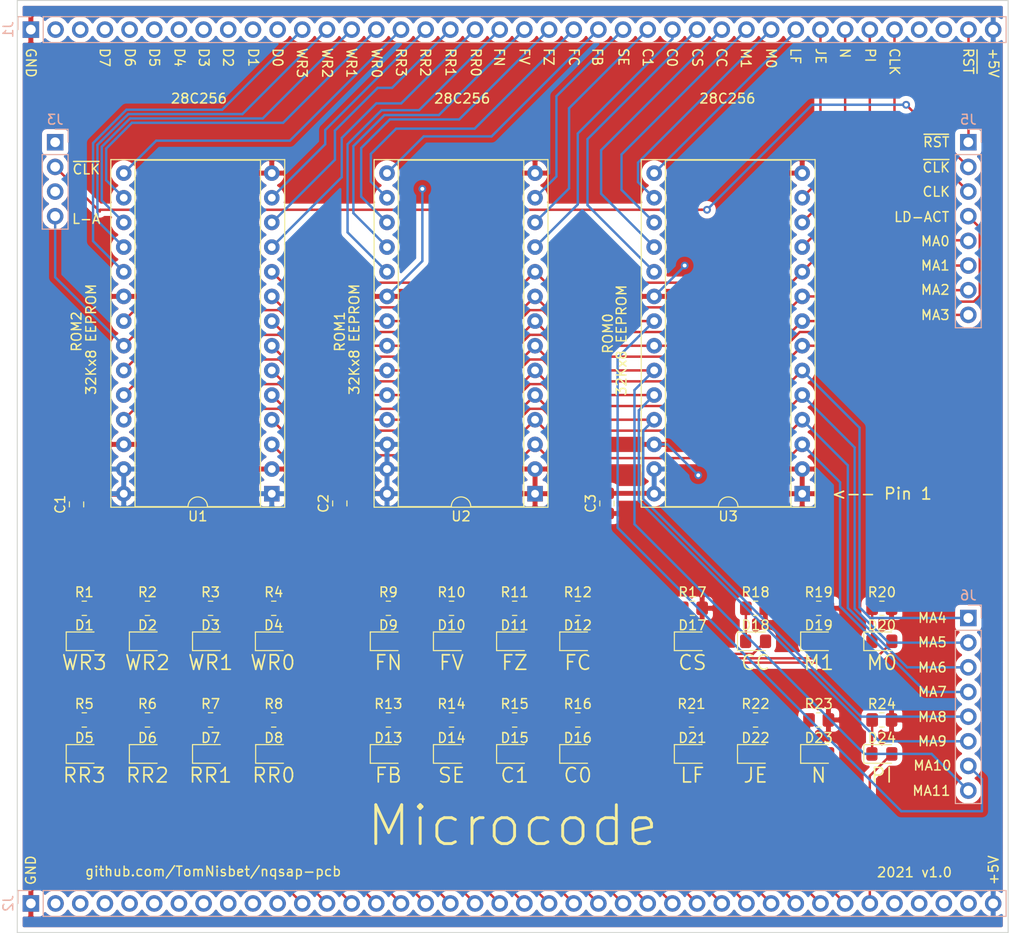
<source format=kicad_pcb>
(kicad_pcb (version 20171130) (host pcbnew "(5.1.9)-1")
  (title_block (title "NQSAP Module Template") (date 2021-10-03) (rev 1.0) (company github.com/TomNisbet/nqsap-pcb))
  (layers (0 F.Cu signal hide) (31 B.Cu signal) (34 B.Paste user) (35 F.Paste user) (36 B.SilkS user) (37 F.SilkS user) (38 B.Mask user) (39 F.Mask user) (44 Edge.Cuts user))
  (net 0 "")
  (net 1 +5V)
  (net 2 PI)
  (net 3 N)
  (net 4 JE)
  (net 5 LF)
  (net 6 SE)
  (net 7 CC)
  (net 8 CS)
  (net 9 C0)
  (net 10 C1)
  (net 11 FB)
  (net 12 FC)
  (net 13 FZ)
  (net 14 FV)
  (net 15 FN)
  (net 16 RR0)
  (net 17 RR1)
  (net 18 RR2)
  (net 19 RR3)
  (net 20 WR0)
  (net 21 WR1)
  (net 22 WR2)
  (net 23 WR3)
  (net 24 GND)
  (net 25 MA3)
  (net 26 MA2)
  (net 27 MA1)
  (net 28 MA0)
  (net 29 MA11)
  (net 30 MA10)
  (net 31 MA9)
  (net 32 MA8)
  (net 33 MA7)
  (net 34 MA6)
  (net 35 MA5)
  (net 36 MA4)
  (net 37 "Net-(D1-Pad1)")
  (net 38 "Net-(D2-Pad1)")
  (net 39 "Net-(D3-Pad1)")
  (net 40 "Net-(D4-Pad1)")
  (net 41 "Net-(D5-Pad1)")
  (net 42 "Net-(D6-Pad1)")
  (net 43 "Net-(D7-Pad1)")
  (net 44 "Net-(D8-Pad1)")
  (net 45 "Net-(D9-Pad1)")
  (net 46 "Net-(D10-Pad1)")
  (net 47 "Net-(D11-Pad1)")
  (net 48 "Net-(D12-Pad1)")
  (net 49 "Net-(D13-Pad1)")
  (net 50 "Net-(D14-Pad1)")
  (net 51 "Net-(D15-Pad1)")
  (net 52 "Net-(D16-Pad1)")
  (net 53 "Net-(D17-Pad1)")
  (net 54 "Net-(D18-Pad1)")
  (net 55 "Net-(D19-Pad1)")
  (net 56 "Net-(D20-Pad1)")
  (net 57 "Net-(D21-Pad1)")
  (net 58 "Net-(D22-Pad1)")
  (net 59 "Net-(D23-Pad1)")
  (net 60 "Net-(D24-Pad1)")
  (net 61 "Net-(J1-Pad37)")
  (net 62 "Net-(J1-Pad11)")
  (net 63 "Net-(J1-Pad10)")
  (net 64 "Net-(J1-Pad9)")
  (net 65 "Net-(J1-Pad8)")
  (net 66 "Net-(J1-Pad7)")
  (net 67 "Net-(J1-Pad6)")
  (net 68 "Net-(J1-Pad5)")
  (net 69 "Net-(J1-Pad4)")
  (net 70 "Net-(J1-Pad3)")
  (net 71 "Net-(J1-Pad2)")
  (net 72 "Net-(J2-Pad39)")
  (net 73 "Net-(J2-Pad38)")
  (net 74 "Net-(J2-Pad37)")
  (net 75 "Net-(J2-Pad36)")
  (net 76 "Net-(J2-Pad11)")
  (net 77 "Net-(J2-Pad10)")
  (net 78 "Net-(J2-Pad9)")
  (net 79 "Net-(J2-Pad8)")
  (net 80 "Net-(J2-Pad7)")
  (net 81 "Net-(J2-Pad6)")
  (net 82 "Net-(J2-Pad5)")
  (net 83 "Net-(J2-Pad4)")
  (net 84 "Net-(J2-Pad3)")
  (net 85 "Net-(J2-Pad2)")
  (net 86 LD-ACT)
  (net 87 CLK)
  (net 88 ~CLK)
  (net 89 ~RST)
  (net 90 "Net-(J1-Pad38)")
  (net 91 M0)
  (net 92 M1)
  (net 93 "Net-(J3-Pad3)")
  (net 94 "Net-(J3-Pad1)")
  (module Connector_PinHeader_2.54mm:PinHeader_1x04_P2.54mm_Vertical (layer B.Cu) (at 88.9 57.6 180)
    (fp_text reference J3 (at 0 2.33) (layer B.SilkS) (effects (justify mirror)))
    (fp_text value IC-LT)
    (pad 4 thru_hole oval (at 0 -7.62 180) (size 1.7 1.7) (drill 1) (layers *.Cu *.Mask) (net 86 LD-ACT))
    (pad 3 thru_hole oval (at 0 -5.08 180) (size 1.7 1.7) (drill 1) (layers *.Cu *.Mask) (net 93 "Net-(J3-Pad3)"))
    (pad 2 thru_hole oval (at 0 -2.54 180) (size 1.7 1.7) (drill 1) (layers *.Cu *.Mask) (net 88 ~CLK))
    (pad 1 thru_hole rect (at 0 0 180) (size 1.7 1.7) (drill 1) (layers *.Cu *.Mask) (net 94 "Net-(J3-Pad1)"))
  )
  (module Connector_PinHeader_2.54mm:PinHeader_1x08_P2.54mm_Vertical (layer B.Cu) (at 182.9 106.6 180)
    (fp_text reference J6 (at 0 2.33) (layer B.SilkS) (effects (justify mirror)))
    (fp_text value IC-RB)
    (pad 8 thru_hole oval (at 0 -17.78 180) (size 1.7 1.7) (drill 1) (layers *.Cu *.Mask) (net 29 MA11))
    (pad 7 thru_hole oval (at 0 -15.24 180) (size 1.7 1.7) (drill 1) (layers *.Cu *.Mask) (net 30 MA10))
    (pad 6 thru_hole oval (at 0 -12.7 180) (size 1.7 1.7) (drill 1) (layers *.Cu *.Mask) (net 31 MA9))
    (pad 5 thru_hole oval (at 0 -10.16 180) (size 1.7 1.7) (drill 1) (layers *.Cu *.Mask) (net 32 MA8))
    (pad 4 thru_hole oval (at 0 -7.62 180) (size 1.7 1.7) (drill 1) (layers *.Cu *.Mask) (net 33 MA7))
    (pad 3 thru_hole oval (at 0 -5.08 180) (size 1.7 1.7) (drill 1) (layers *.Cu *.Mask) (net 34 MA6))
    (pad 2 thru_hole oval (at 0 -2.54 180) (size 1.7 1.7) (drill 1) (layers *.Cu *.Mask) (net 35 MA5))
    (pad 1 thru_hole rect (at 0 0 180) (size 1.7 1.7) (drill 1) (layers *.Cu *.Mask) (net 36 MA4))
  )
  (module Connector_PinHeader_2.54mm:PinHeader_1x08_P2.54mm_Vertical (layer B.Cu) (at 182.9 57.6 180)
    (fp_text reference J5 (at 0 2.33) (layer B.SilkS) (effects (justify mirror)))
    (fp_text value IC-RT)
    (pad 8 thru_hole oval (at 0 -17.78 180) (size 1.7 1.7) (drill 1) (layers *.Cu *.Mask) (net 25 MA3))
    (pad 7 thru_hole oval (at 0 -15.24 180) (size 1.7 1.7) (drill 1) (layers *.Cu *.Mask) (net 26 MA2))
    (pad 6 thru_hole oval (at 0 -12.7 180) (size 1.7 1.7) (drill 1) (layers *.Cu *.Mask) (net 27 MA1))
    (pad 5 thru_hole oval (at 0 -10.16 180) (size 1.7 1.7) (drill 1) (layers *.Cu *.Mask) (net 28 MA0))
    (pad 4 thru_hole oval (at 0 -7.62 180) (size 1.7 1.7) (drill 1) (layers *.Cu *.Mask) (net 86 LD-ACT))
    (pad 3 thru_hole oval (at 0 -5.08 180) (size 1.7 1.7) (drill 1) (layers *.Cu *.Mask) (net 87 CLK))
    (pad 2 thru_hole oval (at 0 -2.54 180) (size 1.7 1.7) (drill 1) (layers *.Cu *.Mask) (net 88 ~CLK))
    (pad 1 thru_hole rect (at 0 0 180) (size 1.7 1.7) (drill 1) (layers *.Cu *.Mask) (net 89 ~RST))
  )
  (module Resistor_SMD:R_0805_2012Metric_Pad1.20x1.40mm_HandSolder (layer F.Cu) (at 174 117.1)
    (fp_text reference R24 (at 0 -1.65) (layer F.SilkS))
    (fp_text value R_RED)
    (pad 2 smd roundrect (at 1 0) (size 1.2 1.4) (layers F.Cu F.Paste F.Mask) (roundrect_rratio 0.2083325) (net 24 GND))
    (pad 1 smd roundrect (at -1 0) (size 1.2 1.4) (layers F.Cu F.Paste F.Mask) (roundrect_rratio 0.2083325) (net 60 "Net-(D24-Pad1)"))
  )
  (module Resistor_SMD:R_0805_2012Metric_Pad1.20x1.40mm_HandSolder (layer F.Cu) (at 167.5 117.1)
    (fp_text reference R23 (at 0 -1.65) (layer F.SilkS))
    (fp_text value R_YEL)
    (pad 2 smd roundrect (at 1 0) (size 1.2 1.4) (layers F.Cu F.Paste F.Mask) (roundrect_rratio 0.2083325) (net 24 GND))
    (pad 1 smd roundrect (at -1 0) (size 1.2 1.4) (layers F.Cu F.Paste F.Mask) (roundrect_rratio 0.2083325) (net 59 "Net-(D23-Pad1)"))
  )
  (module Resistor_SMD:R_0805_2012Metric_Pad1.20x1.40mm_HandSolder (layer F.Cu) (at 161 117.1)
    (fp_text reference R22 (at 0 -1.65) (layer F.SilkS))
    (fp_text value R_RED)
    (pad 2 smd roundrect (at 1 0) (size 1.2 1.4) (layers F.Cu F.Paste F.Mask) (roundrect_rratio 0.2083325) (net 24 GND))
    (pad 1 smd roundrect (at -1 0) (size 1.2 1.4) (layers F.Cu F.Paste F.Mask) (roundrect_rratio 0.2083325) (net 58 "Net-(D22-Pad1)"))
  )
  (module Resistor_SMD:R_0805_2012Metric_Pad1.20x1.40mm_HandSolder (layer F.Cu) (at 154.4 117.1)
    (fp_text reference R21 (at 0 -1.65) (layer F.SilkS))
    (fp_text value R_YEL)
    (pad 2 smd roundrect (at 1 0) (size 1.2 1.4) (layers F.Cu F.Paste F.Mask) (roundrect_rratio 0.2083325) (net 24 GND))
    (pad 1 smd roundrect (at -1 0) (size 1.2 1.4) (layers F.Cu F.Paste F.Mask) (roundrect_rratio 0.2083325) (net 57 "Net-(D21-Pad1)"))
  )
  (module Resistor_SMD:R_0805_2012Metric_Pad1.20x1.40mm_HandSolder (layer F.Cu) (at 174 105.6)
    (fp_text reference R20 (at 0 -1.65) (layer F.SilkS))
    (fp_text value R_YEL)
    (pad 2 smd roundrect (at 1 0) (size 1.2 1.4) (layers F.Cu F.Paste F.Mask) (roundrect_rratio 0.2083325) (net 24 GND))
    (pad 1 smd roundrect (at -1 0) (size 1.2 1.4) (layers F.Cu F.Paste F.Mask) (roundrect_rratio 0.2083325) (net 56 "Net-(D20-Pad1)"))
  )
  (module Resistor_SMD:R_0805_2012Metric_Pad1.20x1.40mm_HandSolder (layer F.Cu) (at 167.5 105.6)
    (fp_text reference R19 (at 0 -1.65) (layer F.SilkS))
    (fp_text value R_YEL)
    (pad 2 smd roundrect (at 1 0) (size 1.2 1.4) (layers F.Cu F.Paste F.Mask) (roundrect_rratio 0.2083325) (net 24 GND))
    (pad 1 smd roundrect (at -1 0) (size 1.2 1.4) (layers F.Cu F.Paste F.Mask) (roundrect_rratio 0.2083325) (net 55 "Net-(D19-Pad1)"))
  )
  (module Resistor_SMD:R_0805_2012Metric_Pad1.20x1.40mm_HandSolder (layer F.Cu) (at 161 105.6)
    (fp_text reference R18 (at 0 -1.65) (layer F.SilkS))
    (fp_text value R_BLUE)
    (pad 2 smd roundrect (at 1 0) (size 1.2 1.4) (layers F.Cu F.Paste F.Mask) (roundrect_rratio 0.2083325) (net 24 GND))
    (pad 1 smd roundrect (at -1 0) (size 1.2 1.4) (layers F.Cu F.Paste F.Mask) (roundrect_rratio 0.2083325) (net 54 "Net-(D18-Pad1)"))
  )
  (module Resistor_SMD:R_0805_2012Metric_Pad1.20x1.40mm_HandSolder (layer F.Cu) (at 154.5 105.6)
    (fp_text reference R17 (at 0 -1.65) (layer F.SilkS))
    (fp_text value R_BLUE)
    (pad 2 smd roundrect (at 1 0) (size 1.2 1.4) (layers F.Cu F.Paste F.Mask) (roundrect_rratio 0.2083325) (net 24 GND))
    (pad 1 smd roundrect (at -1 0) (size 1.2 1.4) (layers F.Cu F.Paste F.Mask) (roundrect_rratio 0.2083325) (net 53 "Net-(D17-Pad1)"))
  )
  (module Resistor_SMD:R_0805_2012Metric_Pad1.20x1.40mm_HandSolder (layer F.Cu) (at 142.7 117.1)
    (fp_text reference R16 (at 0 -1.65) (layer F.SilkS))
    (fp_text value R_YEL)
    (pad 2 smd roundrect (at 1 0) (size 1.2 1.4) (layers F.Cu F.Paste F.Mask) (roundrect_rratio 0.2083325) (net 24 GND))
    (pad 1 smd roundrect (at -1 0) (size 1.2 1.4) (layers F.Cu F.Paste F.Mask) (roundrect_rratio 0.2083325) (net 52 "Net-(D16-Pad1)"))
  )
  (module Resistor_SMD:R_0805_2012Metric_Pad1.20x1.40mm_HandSolder (layer F.Cu) (at 136.2 117.1)
    (fp_text reference R15 (at 0 -1.65) (layer F.SilkS))
    (fp_text value R_YEL)
    (pad 2 smd roundrect (at 1 0) (size 1.2 1.4) (layers F.Cu F.Paste F.Mask) (roundrect_rratio 0.2083325) (net 24 GND))
    (pad 1 smd roundrect (at -1 0) (size 1.2 1.4) (layers F.Cu F.Paste F.Mask) (roundrect_rratio 0.2083325) (net 51 "Net-(D15-Pad1)"))
  )
  (module Resistor_SMD:R_0805_2012Metric_Pad1.20x1.40mm_HandSolder (layer F.Cu) (at 129.7 117.1)
    (fp_text reference R14 (at 0 -1.65) (layer F.SilkS))
    (fp_text value R_WHT)
    (pad 2 smd roundrect (at 1 0) (size 1.2 1.4) (layers F.Cu F.Paste F.Mask) (roundrect_rratio 0.2083325) (net 24 GND))
    (pad 1 smd roundrect (at -1 0) (size 1.2 1.4) (layers F.Cu F.Paste F.Mask) (roundrect_rratio 0.2083325) (net 50 "Net-(D14-Pad1)"))
  )
  (module Resistor_SMD:R_0805_2012Metric_Pad1.20x1.40mm_HandSolder (layer F.Cu) (at 123.2 117.1)
    (fp_text reference R13 (at 0 -1.65) (layer F.SilkS))
    (fp_text value R_YEL)
    (pad 2 smd roundrect (at 1 0) (size 1.2 1.4) (layers F.Cu F.Paste F.Mask) (roundrect_rratio 0.2083325) (net 24 GND))
    (pad 1 smd roundrect (at -1 0) (size 1.2 1.4) (layers F.Cu F.Paste F.Mask) (roundrect_rratio 0.2083325) (net 49 "Net-(D13-Pad1)"))
  )
  (module Resistor_SMD:R_0805_2012Metric_Pad1.20x1.40mm_HandSolder (layer F.Cu) (at 142.7 105.6)
    (fp_text reference R12 (at 0 -1.65) (layer F.SilkS))
    (fp_text value R_BLUE)
    (pad 2 smd roundrect (at 1 0) (size 1.2 1.4) (layers F.Cu F.Paste F.Mask) (roundrect_rratio 0.2083325) (net 24 GND))
    (pad 1 smd roundrect (at -1 0) (size 1.2 1.4) (layers F.Cu F.Paste F.Mask) (roundrect_rratio 0.2083325) (net 48 "Net-(D12-Pad1)"))
  )
  (module Resistor_SMD:R_0805_2012Metric_Pad1.20x1.40mm_HandSolder (layer F.Cu) (at 136.2 105.6)
    (fp_text reference R11 (at 0 -1.65) (layer F.SilkS))
    (fp_text value R_BLUE)
    (pad 2 smd roundrect (at 1 0) (size 1.2 1.4) (layers F.Cu F.Paste F.Mask) (roundrect_rratio 0.2083325) (net 24 GND))
    (pad 1 smd roundrect (at -1 0) (size 1.2 1.4) (layers F.Cu F.Paste F.Mask) (roundrect_rratio 0.2083325) (net 47 "Net-(D11-Pad1)"))
  )
  (module Resistor_SMD:R_0805_2012Metric_Pad1.20x1.40mm_HandSolder (layer F.Cu) (at 129.7 105.6)
    (fp_text reference R10 (at 0 -1.65) (layer F.SilkS))
    (fp_text value R_BLUE)
    (pad 2 smd roundrect (at 1 0) (size 1.2 1.4) (layers F.Cu F.Paste F.Mask) (roundrect_rratio 0.2083325) (net 24 GND))
    (pad 1 smd roundrect (at -1 0) (size 1.2 1.4) (layers F.Cu F.Paste F.Mask) (roundrect_rratio 0.2083325) (net 46 "Net-(D10-Pad1)"))
  )
  (module Resistor_SMD:R_0805_2012Metric_Pad1.20x1.40mm_HandSolder (layer F.Cu) (at 123.2 105.6)
    (fp_text reference R9 (at 0 -1.65) (layer F.SilkS))
    (fp_text value R_BLUE)
    (pad 2 smd roundrect (at 1 0) (size 1.2 1.4) (layers F.Cu F.Paste F.Mask) (roundrect_rratio 0.2083325) (net 24 GND))
    (pad 1 smd roundrect (at -1 0) (size 1.2 1.4) (layers F.Cu F.Paste F.Mask) (roundrect_rratio 0.2083325) (net 45 "Net-(D9-Pad1)"))
  )
  (module Resistor_SMD:R_0805_2012Metric_Pad1.20x1.40mm_HandSolder (layer F.Cu) (at 111.4 117.1)
    (fp_text reference R8 (at 0 -1.65) (layer F.SilkS))
    (fp_text value R_GRN)
    (pad 2 smd roundrect (at 1 0) (size 1.2 1.4) (layers F.Cu F.Paste F.Mask) (roundrect_rratio 0.2083325) (net 24 GND))
    (pad 1 smd roundrect (at -1 0) (size 1.2 1.4) (layers F.Cu F.Paste F.Mask) (roundrect_rratio 0.2083325) (net 44 "Net-(D8-Pad1)"))
  )
  (module Resistor_SMD:R_0805_2012Metric_Pad1.20x1.40mm_HandSolder (layer F.Cu) (at 104.9 117.1)
    (fp_text reference R7 (at 0 -1.65) (layer F.SilkS))
    (fp_text value R_GRN)
    (pad 2 smd roundrect (at 1 0) (size 1.2 1.4) (layers F.Cu F.Paste F.Mask) (roundrect_rratio 0.2083325) (net 24 GND))
    (pad 1 smd roundrect (at -1 0) (size 1.2 1.4) (layers F.Cu F.Paste F.Mask) (roundrect_rratio 0.2083325) (net 43 "Net-(D7-Pad1)"))
  )
  (module Resistor_SMD:R_0805_2012Metric_Pad1.20x1.40mm_HandSolder (layer F.Cu) (at 98.4 117.1)
    (fp_text reference R6 (at 0 -1.65) (layer F.SilkS))
    (fp_text value R_GRN)
    (pad 2 smd roundrect (at 1 0) (size 1.2 1.4) (layers F.Cu F.Paste F.Mask) (roundrect_rratio 0.2083325) (net 24 GND))
    (pad 1 smd roundrect (at -1 0) (size 1.2 1.4) (layers F.Cu F.Paste F.Mask) (roundrect_rratio 0.2083325) (net 42 "Net-(D6-Pad1)"))
  )
  (module Resistor_SMD:R_0805_2012Metric_Pad1.20x1.40mm_HandSolder (layer F.Cu) (at 91.9 117.1)
    (fp_text reference R5 (at 0 -1.65) (layer F.SilkS))
    (fp_text value R_GRN)
    (pad 2 smd roundrect (at 1 0) (size 1.2 1.4) (layers F.Cu F.Paste F.Mask) (roundrect_rratio 0.2083325) (net 24 GND))
    (pad 1 smd roundrect (at -1 0) (size 1.2 1.4) (layers F.Cu F.Paste F.Mask) (roundrect_rratio 0.2083325) (net 41 "Net-(D5-Pad1)"))
  )
  (module Resistor_SMD:R_0805_2012Metric_Pad1.20x1.40mm_HandSolder (layer F.Cu) (at 111.4 105.6)
    (fp_text reference R4 (at 0 -1.65) (layer F.SilkS))
    (fp_text value R_RED)
    (pad 2 smd roundrect (at 1 0) (size 1.2 1.4) (layers F.Cu F.Paste F.Mask) (roundrect_rratio 0.2083325) (net 24 GND))
    (pad 1 smd roundrect (at -1 0) (size 1.2 1.4) (layers F.Cu F.Paste F.Mask) (roundrect_rratio 0.2083325) (net 40 "Net-(D4-Pad1)"))
  )
  (module Resistor_SMD:R_0805_2012Metric_Pad1.20x1.40mm_HandSolder (layer F.Cu) (at 104.9 105.6)
    (fp_text reference R3 (at 0 -1.65) (layer F.SilkS))
    (fp_text value R_RED)
    (pad 2 smd roundrect (at 1 0) (size 1.2 1.4) (layers F.Cu F.Paste F.Mask) (roundrect_rratio 0.2083325) (net 24 GND))
    (pad 1 smd roundrect (at -1 0) (size 1.2 1.4) (layers F.Cu F.Paste F.Mask) (roundrect_rratio 0.2083325) (net 39 "Net-(D3-Pad1)"))
  )
  (module Resistor_SMD:R_0805_2012Metric_Pad1.20x1.40mm_HandSolder (layer F.Cu) (at 98.4 105.6)
    (fp_text reference R2 (at 0 -1.65) (layer F.SilkS))
    (fp_text value R_RED)
    (pad 2 smd roundrect (at 1 0) (size 1.2 1.4) (layers F.Cu F.Paste F.Mask) (roundrect_rratio 0.2083325) (net 24 GND))
    (pad 1 smd roundrect (at -1 0) (size 1.2 1.4) (layers F.Cu F.Paste F.Mask) (roundrect_rratio 0.2083325) (net 38 "Net-(D2-Pad1)"))
  )
  (module Resistor_SMD:R_0805_2012Metric_Pad1.20x1.40mm_HandSolder (layer F.Cu) (at 91.9 105.6)
    (fp_text reference R1 (at 0 -1.65) (layer F.SilkS))
    (fp_text value R_RED)
    (pad 2 smd roundrect (at 1 0) (size 1.2 1.4) (layers F.Cu F.Paste F.Mask) (roundrect_rratio 0.2083325) (net 24 GND))
    (pad 1 smd roundrect (at -1 0) (size 1.2 1.4) (layers F.Cu F.Paste F.Mask) (roundrect_rratio 0.2083325) (net 37 "Net-(D1-Pad1)"))
  )
  (module LED_SMD:LED_0805_2012Metric_Pad1.15x1.40mm_HandSolder (layer F.Cu) (at 174 120.6)
    (fp_text reference D24 (at 0 -1.65) (layer F.SilkS))
    (fp_text value PI (at 0 2.2) (layer F.SilkS) (effects (font (size 1.5 1.5) (thickness 0.17))))
    (pad 2 smd roundrect (at 1.025 0) (size 1.15 1.4) (layers F.Cu F.Paste F.Mask) (roundrect_rratio 0.2173904347826087) (net 2 PI))
    (pad 1 smd roundrect (at -1.025 0) (size 1.15 1.4) (layers F.Cu F.Paste F.Mask) (roundrect_rratio 0.2173904347826087) (net 60 "Net-(D24-Pad1)"))
  )
  (module LED_SMD:LED_0805_2012Metric_Pad1.15x1.40mm_HandSolder (layer F.Cu) (at 167.5 120.6)
    (fp_text reference D23 (at 0 -1.65) (layer F.SilkS))
    (fp_text value N (at 0 2.2) (layer F.SilkS) (effects (font (size 1.5 1.5) (thickness 0.17))))
    (pad 2 smd roundrect (at 1.025 0) (size 1.15 1.4) (layers F.Cu F.Paste F.Mask) (roundrect_rratio 0.2173904347826087) (net 3 N))
    (pad 1 smd roundrect (at -1.025 0) (size 1.15 1.4) (layers F.Cu F.Paste F.Mask) (roundrect_rratio 0.2173904347826087) (net 59 "Net-(D23-Pad1)"))
  )
  (module LED_SMD:LED_0805_2012Metric_Pad1.15x1.40mm_HandSolder (layer F.Cu) (at 161 120.6)
    (fp_text reference D22 (at 0 -1.65) (layer F.SilkS))
    (fp_text value JE (at 0 2.2) (layer F.SilkS) (effects (font (size 1.5 1.5) (thickness 0.17))))
    (pad 2 smd roundrect (at 1.025 0) (size 1.15 1.4) (layers F.Cu F.Paste F.Mask) (roundrect_rratio 0.2173904347826087) (net 4 JE))
    (pad 1 smd roundrect (at -1.025 0) (size 1.15 1.4) (layers F.Cu F.Paste F.Mask) (roundrect_rratio 0.2173904347826087) (net 58 "Net-(D22-Pad1)"))
  )
  (module LED_SMD:LED_0805_2012Metric_Pad1.15x1.40mm_HandSolder (layer F.Cu) (at 154.5 120.6)
    (fp_text reference D21 (at 0 -1.65) (layer F.SilkS))
    (fp_text value LF (at 0 2.2) (layer F.SilkS) (effects (font (size 1.5 1.5) (thickness 0.17))))
    (pad 2 smd roundrect (at 1.025 0) (size 1.15 1.4) (layers F.Cu F.Paste F.Mask) (roundrect_rratio 0.2173904347826087) (net 5 LF))
    (pad 1 smd roundrect (at -1.025 0) (size 1.15 1.4) (layers F.Cu F.Paste F.Mask) (roundrect_rratio 0.2173904347826087) (net 57 "Net-(D21-Pad1)"))
  )
  (module LED_SMD:LED_0805_2012Metric_Pad1.15x1.40mm_HandSolder (layer F.Cu) (at 174 109)
    (fp_text reference D20 (at 0 -1.65) (layer F.SilkS))
    (fp_text value M0 (at 0 2.2) (layer F.SilkS) (effects (font (size 1.5 1.5) (thickness 0.17))))
    (pad 2 smd roundrect (at 1.025 0) (size 1.15 1.4) (layers F.Cu F.Paste F.Mask) (roundrect_rratio 0.2173904347826087) (net 91 M0))
    (pad 1 smd roundrect (at -1.025 0) (size 1.15 1.4) (layers F.Cu F.Paste F.Mask) (roundrect_rratio 0.2173904347826087) (net 56 "Net-(D20-Pad1)"))
  )
  (module LED_SMD:LED_0805_2012Metric_Pad1.15x1.40mm_HandSolder (layer F.Cu) (at 167.5 109)
    (fp_text reference D19 (at 0 -1.65) (layer F.SilkS))
    (fp_text value M1 (at 0 2.2) (layer F.SilkS) (effects (font (size 1.5 1.5) (thickness 0.17))))
    (pad 2 smd roundrect (at 1.025 0) (size 1.15 1.4) (layers F.Cu F.Paste F.Mask) (roundrect_rratio 0.2173904347826087) (net 92 M1))
    (pad 1 smd roundrect (at -1.025 0) (size 1.15 1.4) (layers F.Cu F.Paste F.Mask) (roundrect_rratio 0.2173904347826087) (net 55 "Net-(D19-Pad1)"))
  )
  (module LED_SMD:LED_0805_2012Metric_Pad1.15x1.40mm_HandSolder (layer F.Cu) (at 161 109)
    (fp_text reference D18 (at 0 -1.65) (layer F.SilkS))
    (fp_text value CC (at 0 2.2) (layer F.SilkS) (effects (font (size 1.5 1.5) (thickness 0.17))))
    (pad 2 smd roundrect (at 1.025 0) (size 1.15 1.4) (layers F.Cu F.Paste F.Mask) (roundrect_rratio 0.2173904347826087) (net 7 CC))
    (pad 1 smd roundrect (at -1.025 0) (size 1.15 1.4) (layers F.Cu F.Paste F.Mask) (roundrect_rratio 0.2173904347826087) (net 54 "Net-(D18-Pad1)"))
  )
  (module LED_SMD:LED_0805_2012Metric_Pad1.15x1.40mm_HandSolder (layer F.Cu) (at 154.5 109)
    (fp_text reference D17 (at 0 -1.65) (layer F.SilkS))
    (fp_text value CS (at 0 2.2) (layer F.SilkS) (effects (font (size 1.5 1.5) (thickness 0.17))))
    (pad 2 smd roundrect (at 1.025 0) (size 1.15 1.4) (layers F.Cu F.Paste F.Mask) (roundrect_rratio 0.2173904347826087) (net 8 CS))
    (pad 1 smd roundrect (at -1.025 0) (size 1.15 1.4) (layers F.Cu F.Paste F.Mask) (roundrect_rratio 0.2173904347826087) (net 53 "Net-(D17-Pad1)"))
  )
  (module LED_SMD:LED_0805_2012Metric_Pad1.15x1.40mm_HandSolder (layer F.Cu) (at 142.7 120.6)
    (fp_text reference D16 (at 0 -1.65) (layer F.SilkS))
    (fp_text value C0 (at 0 2.2) (layer F.SilkS) (effects (font (size 1.5 1.5) (thickness 0.17))))
    (pad 2 smd roundrect (at 1.025 0) (size 1.15 1.4) (layers F.Cu F.Paste F.Mask) (roundrect_rratio 0.2173904347826087) (net 9 C0))
    (pad 1 smd roundrect (at -1.025 0) (size 1.15 1.4) (layers F.Cu F.Paste F.Mask) (roundrect_rratio 0.2173904347826087) (net 52 "Net-(D16-Pad1)"))
  )
  (module LED_SMD:LED_0805_2012Metric_Pad1.15x1.40mm_HandSolder (layer F.Cu) (at 136.2 120.6)
    (fp_text reference D15 (at 0 -1.65) (layer F.SilkS))
    (fp_text value C1 (at 0 2.2) (layer F.SilkS) (effects (font (size 1.5 1.5) (thickness 0.17))))
    (pad 2 smd roundrect (at 1.025 0) (size 1.15 1.4) (layers F.Cu F.Paste F.Mask) (roundrect_rratio 0.2173904347826087) (net 10 C1))
    (pad 1 smd roundrect (at -1.025 0) (size 1.15 1.4) (layers F.Cu F.Paste F.Mask) (roundrect_rratio 0.2173904347826087) (net 51 "Net-(D15-Pad1)"))
  )
  (module LED_SMD:LED_0805_2012Metric_Pad1.15x1.40mm_HandSolder (layer F.Cu) (at 129.7 120.6)
    (fp_text reference D14 (at 0 -1.65) (layer F.SilkS))
    (fp_text value SE (at 0 2.2) (layer F.SilkS) (effects (font (size 1.5 1.5) (thickness 0.17))))
    (pad 2 smd roundrect (at 1.025 0) (size 1.15 1.4) (layers F.Cu F.Paste F.Mask) (roundrect_rratio 0.2173904347826087) (net 6 SE))
    (pad 1 smd roundrect (at -1.025 0) (size 1.15 1.4) (layers F.Cu F.Paste F.Mask) (roundrect_rratio 0.2173904347826087) (net 50 "Net-(D14-Pad1)"))
  )
  (module LED_SMD:LED_0805_2012Metric_Pad1.15x1.40mm_HandSolder (layer F.Cu) (at 123.2 120.6)
    (fp_text reference D13 (at 0 -1.65) (layer F.SilkS))
    (fp_text value FB (at 0 2.2) (layer F.SilkS) (effects (font (size 1.5 1.5) (thickness 0.17))))
    (pad 2 smd roundrect (at 1.025 0) (size 1.15 1.4) (layers F.Cu F.Paste F.Mask) (roundrect_rratio 0.2173904347826087) (net 11 FB))
    (pad 1 smd roundrect (at -1.025 0) (size 1.15 1.4) (layers F.Cu F.Paste F.Mask) (roundrect_rratio 0.2173904347826087) (net 49 "Net-(D13-Pad1)"))
  )
  (module LED_SMD:LED_0805_2012Metric_Pad1.15x1.40mm_HandSolder (layer F.Cu) (at 142.7 109)
    (fp_text reference D12 (at 0 -1.65) (layer F.SilkS))
    (fp_text value FC (at 0 2.2) (layer F.SilkS) (effects (font (size 1.5 1.5) (thickness 0.17))))
    (pad 2 smd roundrect (at 1.025 0) (size 1.15 1.4) (layers F.Cu F.Paste F.Mask) (roundrect_rratio 0.2173904347826087) (net 12 FC))
    (pad 1 smd roundrect (at -1.025 0) (size 1.15 1.4) (layers F.Cu F.Paste F.Mask) (roundrect_rratio 0.2173904347826087) (net 48 "Net-(D12-Pad1)"))
  )
  (module LED_SMD:LED_0805_2012Metric_Pad1.15x1.40mm_HandSolder (layer F.Cu) (at 136.2 109)
    (fp_text reference D11 (at 0 -1.65) (layer F.SilkS))
    (fp_text value FZ (at 0 2.2) (layer F.SilkS) (effects (font (size 1.5 1.5) (thickness 0.17))))
    (pad 2 smd roundrect (at 1.025 0) (size 1.15 1.4) (layers F.Cu F.Paste F.Mask) (roundrect_rratio 0.2173904347826087) (net 13 FZ))
    (pad 1 smd roundrect (at -1.025 0) (size 1.15 1.4) (layers F.Cu F.Paste F.Mask) (roundrect_rratio 0.2173904347826087) (net 47 "Net-(D11-Pad1)"))
  )
  (module LED_SMD:LED_0805_2012Metric_Pad1.15x1.40mm_HandSolder (layer F.Cu) (at 129.7 109)
    (fp_text reference D10 (at 0 -1.65) (layer F.SilkS))
    (fp_text value FV (at 0 2.2) (layer F.SilkS) (effects (font (size 1.5 1.5) (thickness 0.17))))
    (pad 2 smd roundrect (at 1.025 0) (size 1.15 1.4) (layers F.Cu F.Paste F.Mask) (roundrect_rratio 0.2173904347826087) (net 14 FV))
    (pad 1 smd roundrect (at -1.025 0) (size 1.15 1.4) (layers F.Cu F.Paste F.Mask) (roundrect_rratio 0.2173904347826087) (net 46 "Net-(D10-Pad1)"))
  )
  (module LED_SMD:LED_0805_2012Metric_Pad1.15x1.40mm_HandSolder (layer F.Cu) (at 123.2 109)
    (fp_text reference D9 (at 0 -1.65) (layer F.SilkS))
    (fp_text value FN (at 0 2.2) (layer F.SilkS) (effects (font (size 1.5 1.5) (thickness 0.17))))
    (pad 2 smd roundrect (at 1.025 0) (size 1.15 1.4) (layers F.Cu F.Paste F.Mask) (roundrect_rratio 0.2173904347826087) (net 15 FN))
    (pad 1 smd roundrect (at -1.025 0) (size 1.15 1.4) (layers F.Cu F.Paste F.Mask) (roundrect_rratio 0.2173904347826087) (net 45 "Net-(D9-Pad1)"))
  )
  (module LED_SMD:LED_0805_2012Metric_Pad1.15x1.40mm_HandSolder (layer F.Cu) (at 111.4 120.6)
    (fp_text reference D8 (at 0 -1.65) (layer F.SilkS))
    (fp_text value RR0 (at 0 2.2) (layer F.SilkS) (effects (font (size 1.5 1.5) (thickness 0.17))))
    (pad 2 smd roundrect (at 1.025 0) (size 1.15 1.4) (layers F.Cu F.Paste F.Mask) (roundrect_rratio 0.2173904347826087) (net 16 RR0))
    (pad 1 smd roundrect (at -1.025 0) (size 1.15 1.4) (layers F.Cu F.Paste F.Mask) (roundrect_rratio 0.2173904347826087) (net 44 "Net-(D8-Pad1)"))
  )
  (module LED_SMD:LED_0805_2012Metric_Pad1.15x1.40mm_HandSolder (layer F.Cu) (at 104.9 120.6)
    (fp_text reference D7 (at 0 -1.65) (layer F.SilkS))
    (fp_text value RR1 (at 0 2.2) (layer F.SilkS) (effects (font (size 1.5 1.5) (thickness 0.17))))
    (pad 2 smd roundrect (at 1.025 0) (size 1.15 1.4) (layers F.Cu F.Paste F.Mask) (roundrect_rratio 0.2173904347826087) (net 17 RR1))
    (pad 1 smd roundrect (at -1.025 0) (size 1.15 1.4) (layers F.Cu F.Paste F.Mask) (roundrect_rratio 0.2173904347826087) (net 43 "Net-(D7-Pad1)"))
  )
  (module LED_SMD:LED_0805_2012Metric_Pad1.15x1.40mm_HandSolder (layer F.Cu) (at 98.4 120.6)
    (fp_text reference D6 (at 0 -1.65) (layer F.SilkS))
    (fp_text value RR2 (at 0 2.2) (layer F.SilkS) (effects (font (size 1.5 1.5) (thickness 0.17))))
    (pad 2 smd roundrect (at 1.025 0) (size 1.15 1.4) (layers F.Cu F.Paste F.Mask) (roundrect_rratio 0.2173904347826087) (net 18 RR2))
    (pad 1 smd roundrect (at -1.025 0) (size 1.15 1.4) (layers F.Cu F.Paste F.Mask) (roundrect_rratio 0.2173904347826087) (net 42 "Net-(D6-Pad1)"))
  )
  (module LED_SMD:LED_0805_2012Metric_Pad1.15x1.40mm_HandSolder (layer F.Cu) (at 91.9 120.6)
    (fp_text reference D5 (at 0 -1.65) (layer F.SilkS))
    (fp_text value RR3 (at 0 2.2) (layer F.SilkS) (effects (font (size 1.5 1.5) (thickness 0.17))))
    (pad 2 smd roundrect (at 1.025 0) (size 1.15 1.4) (layers F.Cu F.Paste F.Mask) (roundrect_rratio 0.2173904347826087) (net 19 RR3))
    (pad 1 smd roundrect (at -1.025 0) (size 1.15 1.4) (layers F.Cu F.Paste F.Mask) (roundrect_rratio 0.2173904347826087) (net 41 "Net-(D5-Pad1)"))
  )
  (module LED_SMD:LED_0805_2012Metric_Pad1.15x1.40mm_HandSolder (layer F.Cu) (at 111.375 109)
    (fp_text reference D4 (at 0 -1.65) (layer F.SilkS))
    (fp_text value WR0 (at -0.075 2.2) (layer F.SilkS) (effects (font (size 1.5 1.5) (thickness 0.17))))
    (pad 2 smd roundrect (at 1.025 0) (size 1.15 1.4) (layers F.Cu F.Paste F.Mask) (roundrect_rratio 0.2173904347826087) (net 20 WR0))
    (pad 1 smd roundrect (at -1.025 0) (size 1.15 1.4) (layers F.Cu F.Paste F.Mask) (roundrect_rratio 0.2173904347826087) (net 40 "Net-(D4-Pad1)"))
  )
  (module LED_SMD:LED_0805_2012Metric_Pad1.15x1.40mm_HandSolder (layer F.Cu) (at 104.9 109)
    (fp_text reference D3 (at 0 -1.65) (layer F.SilkS))
    (fp_text value WR1 (at 0 2.2) (layer F.SilkS) (effects (font (size 1.5 1.5) (thickness 0.17))))
    (pad 2 smd roundrect (at 1.025 0) (size 1.15 1.4) (layers F.Cu F.Paste F.Mask) (roundrect_rratio 0.2173904347826087) (net 21 WR1))
    (pad 1 smd roundrect (at -1.025 0) (size 1.15 1.4) (layers F.Cu F.Paste F.Mask) (roundrect_rratio 0.2173904347826087) (net 39 "Net-(D3-Pad1)"))
  )
  (module LED_SMD:LED_0805_2012Metric_Pad1.15x1.40mm_HandSolder (layer F.Cu) (at 98.4 109)
    (fp_text reference D2 (at 0 -1.65) (layer F.SilkS))
    (fp_text value WR2 (at 0 2.2) (layer F.SilkS) (effects (font (size 1.5 1.5) (thickness 0.17))))
    (pad 2 smd roundrect (at 1.025 0) (size 1.15 1.4) (layers F.Cu F.Paste F.Mask) (roundrect_rratio 0.2173904347826087) (net 22 WR2))
    (pad 1 smd roundrect (at -1.025 0) (size 1.15 1.4) (layers F.Cu F.Paste F.Mask) (roundrect_rratio 0.2173904347826087) (net 38 "Net-(D2-Pad1)"))
  )
  (module LED_SMD:LED_0805_2012Metric_Pad1.15x1.40mm_HandSolder (layer F.Cu) (at 91.9 109)
    (fp_text reference D1 (at 0 -1.65) (layer F.SilkS))
    (fp_text value WR3 (at 0 2.2) (layer F.SilkS) (effects (font (size 1.5 1.5) (thickness 0.17))))
    (pad 2 smd roundrect (at 1.025 0) (size 1.15 1.4) (layers F.Cu F.Paste F.Mask) (roundrect_rratio 0.2173904347826087) (net 23 WR3))
    (pad 1 smd roundrect (at -1.025 0) (size 1.15 1.4) (layers F.Cu F.Paste F.Mask) (roundrect_rratio 0.2173904347826087) (net 37 "Net-(D1-Pad1)"))
  )
  (module Package_DIP:DIP-28_W15.24mm_Socket (layer F.Cu) (at 165.8 93.8 180)
    (fp_text reference U3 (at 7.62 -2.33) (layer F.SilkS))
    (fp_text value 28C256 (at 7.7 40.7) (layer F.SilkS))
    (fp_text user ROM0 (at 20 16.5 270) (layer F.SilkS))
    (fp_text user "32Kx8 EEPROM" (at 18.6 15.8 270) (layer F.SilkS))
    (pad 28 thru_hole oval (at 15.24 0 180) (size 1.6 1.6) (drill 0.8) (layers *.Cu *.Mask) (net 1 +5V))
    (pad 14 thru_hole oval (at 0 33.02 180) (size 1.6 1.6) (drill 0.8) (layers *.Cu *.Mask) (net 24 GND))
    (pad 27 thru_hole oval (at 15.24 2.54 180) (size 1.6 1.6) (drill 0.8) (layers *.Cu *.Mask) (net 1 +5V))
    (pad 13 thru_hole oval (at 0 30.48 180) (size 1.6 1.6) (drill 0.8) (layers *.Cu *.Mask) (net 4 JE))
    (pad 26 thru_hole oval (at 15.24 5.08 180) (size 1.6 1.6) (drill 0.8) (layers *.Cu *.Mask) (net 24 GND))
    (pad 12 thru_hole oval (at 0 27.94 180) (size 1.6 1.6) (drill 0.8) (layers *.Cu *.Mask) (net 3 N))
    (pad 25 thru_hole oval (at 15.24 7.62 180) (size 1.6 1.6) (drill 0.8) (layers *.Cu *.Mask) (net 32 MA8))
    (pad 11 thru_hole oval (at 0 25.4 180) (size 1.6 1.6) (drill 0.8) (layers *.Cu *.Mask) (net 2 PI))
    (pad 24 thru_hole oval (at 15.24 10.16 180) (size 1.6 1.6) (drill 0.8) (layers *.Cu *.Mask) (net 31 MA9))
    (pad 10 thru_hole oval (at 0 22.86 180) (size 1.6 1.6) (drill 0.8) (layers *.Cu *.Mask) (net 28 MA0))
    (pad 23 thru_hole oval (at 15.24 12.7 180) (size 1.6 1.6) (drill 0.8) (layers *.Cu *.Mask) (net 29 MA11))
    (pad 9 thru_hole oval (at 0 20.32 180) (size 1.6 1.6) (drill 0.8) (layers *.Cu *.Mask) (net 27 MA1))
    (pad 22 thru_hole oval (at 15.24 15.24 180) (size 1.6 1.6) (drill 0.8) (layers *.Cu *.Mask) (net 86 LD-ACT))
    (pad 8 thru_hole oval (at 0 17.78 180) (size 1.6 1.6) (drill 0.8) (layers *.Cu *.Mask) (net 26 MA2))
    (pad 21 thru_hole oval (at 15.24 17.78 180) (size 1.6 1.6) (drill 0.8) (layers *.Cu *.Mask) (net 30 MA10))
    (pad 7 thru_hole oval (at 0 15.24 180) (size 1.6 1.6) (drill 0.8) (layers *.Cu *.Mask) (net 25 MA3))
    (pad 20 thru_hole oval (at 15.24 20.32 180) (size 1.6 1.6) (drill 0.8) (layers *.Cu *.Mask) (net 24 GND))
    (pad 6 thru_hole oval (at 0 12.7 180) (size 1.6 1.6) (drill 0.8) (layers *.Cu *.Mask) (net 36 MA4))
    (pad 19 thru_hole oval (at 15.24 22.86 180) (size 1.6 1.6) (drill 0.8) (layers *.Cu *.Mask) (net 8 CS))
    (pad 5 thru_hole oval (at 0 10.16 180) (size 1.6 1.6) (drill 0.8) (layers *.Cu *.Mask) (net 35 MA5))
    (pad 18 thru_hole oval (at 15.24 25.4 180) (size 1.6 1.6) (drill 0.8) (layers *.Cu *.Mask) (net 7 CC))
    (pad 4 thru_hole oval (at 0 7.62 180) (size 1.6 1.6) (drill 0.8) (layers *.Cu *.Mask) (net 34 MA6))
    (pad 17 thru_hole oval (at 15.24 27.94 180) (size 1.6 1.6) (drill 0.8) (layers *.Cu *.Mask) (net 92 M1))
    (pad 3 thru_hole oval (at 0 5.08 180) (size 1.6 1.6) (drill 0.8) (layers *.Cu *.Mask) (net 33 MA7))
    (pad 16 thru_hole oval (at 15.24 30.48 180) (size 1.6 1.6) (drill 0.8) (layers *.Cu *.Mask) (net 91 M0))
    (pad 2 thru_hole oval (at 0 2.54 180) (size 1.6 1.6) (drill 0.8) (layers *.Cu *.Mask) (net 24 GND))
    (pad 15 thru_hole oval (at 15.24 33.02 180) (size 1.6 1.6) (drill 0.8) (layers *.Cu *.Mask) (net 5 LF))
    (pad 1 thru_hole rect (at 0 0 180) (size 1.6 1.6) (drill 0.8) (layers *.Cu *.Mask) (net 24 GND))
  )
  (module Package_DIP:DIP-28_W15.24mm_Socket (layer F.Cu) (at 138.3 93.8 180)
    (fp_text reference U2 (at 7.62 -2.33) (layer F.SilkS))
    (fp_text value 28C256 (at 7.5 40.7) (layer F.SilkS))
    (fp_text user ROM1 (at 20.1 16.7 270) (layer F.SilkS))
    (fp_text user "32Kx8 EEPROM" (at 18.6 15.9 270) (layer F.SilkS))
    (pad 28 thru_hole oval (at 15.24 0 180) (size 1.6 1.6) (drill 0.8) (layers *.Cu *.Mask) (net 1 +5V))
    (pad 14 thru_hole oval (at 0 33.02 180) (size 1.6 1.6) (drill 0.8) (layers *.Cu *.Mask) (net 24 GND))
    (pad 27 thru_hole oval (at 15.24 2.54 180) (size 1.6 1.6) (drill 0.8) (layers *.Cu *.Mask) (net 1 +5V))
    (pad 13 thru_hole oval (at 0 30.48 180) (size 1.6 1.6) (drill 0.8) (layers *.Cu *.Mask) (net 6 SE))
    (pad 26 thru_hole oval (at 15.24 5.08 180) (size 1.6 1.6) (drill 0.8) (layers *.Cu *.Mask) (net 1 +5V))
    (pad 12 thru_hole oval (at 0 27.94 180) (size 1.6 1.6) (drill 0.8) (layers *.Cu *.Mask) (net 10 C1))
    (pad 25 thru_hole oval (at 15.24 7.62 180) (size 1.6 1.6) (drill 0.8) (layers *.Cu *.Mask) (net 32 MA8))
    (pad 11 thru_hole oval (at 0 25.4 180) (size 1.6 1.6) (drill 0.8) (layers *.Cu *.Mask) (net 9 C0))
    (pad 24 thru_hole oval (at 15.24 10.16 180) (size 1.6 1.6) (drill 0.8) (layers *.Cu *.Mask) (net 31 MA9))
    (pad 10 thru_hole oval (at 0 22.86 180) (size 1.6 1.6) (drill 0.8) (layers *.Cu *.Mask) (net 28 MA0))
    (pad 23 thru_hole oval (at 15.24 12.7 180) (size 1.6 1.6) (drill 0.8) (layers *.Cu *.Mask) (net 29 MA11))
    (pad 9 thru_hole oval (at 0 20.32 180) (size 1.6 1.6) (drill 0.8) (layers *.Cu *.Mask) (net 27 MA1))
    (pad 22 thru_hole oval (at 15.24 15.24 180) (size 1.6 1.6) (drill 0.8) (layers *.Cu *.Mask) (net 86 LD-ACT))
    (pad 8 thru_hole oval (at 0 17.78 180) (size 1.6 1.6) (drill 0.8) (layers *.Cu *.Mask) (net 26 MA2))
    (pad 21 thru_hole oval (at 15.24 17.78 180) (size 1.6 1.6) (drill 0.8) (layers *.Cu *.Mask) (net 30 MA10))
    (pad 7 thru_hole oval (at 0 15.24 180) (size 1.6 1.6) (drill 0.8) (layers *.Cu *.Mask) (net 25 MA3))
    (pad 20 thru_hole oval (at 15.24 20.32 180) (size 1.6 1.6) (drill 0.8) (layers *.Cu *.Mask) (net 24 GND))
    (pad 6 thru_hole oval (at 0 12.7 180) (size 1.6 1.6) (drill 0.8) (layers *.Cu *.Mask) (net 36 MA4))
    (pad 19 thru_hole oval (at 15.24 22.86 180) (size 1.6 1.6) (drill 0.8) (layers *.Cu *.Mask) (net 15 FN))
    (pad 5 thru_hole oval (at 0 10.16 180) (size 1.6 1.6) (drill 0.8) (layers *.Cu *.Mask) (net 35 MA5))
    (pad 18 thru_hole oval (at 15.24 25.4 180) (size 1.6 1.6) (drill 0.8) (layers *.Cu *.Mask) (net 14 FV))
    (pad 4 thru_hole oval (at 0 7.62 180) (size 1.6 1.6) (drill 0.8) (layers *.Cu *.Mask) (net 34 MA6))
    (pad 17 thru_hole oval (at 15.24 27.94 180) (size 1.6 1.6) (drill 0.8) (layers *.Cu *.Mask) (net 13 FZ))
    (pad 3 thru_hole oval (at 0 5.08 180) (size 1.6 1.6) (drill 0.8) (layers *.Cu *.Mask) (net 33 MA7))
    (pad 16 thru_hole oval (at 15.24 30.48 180) (size 1.6 1.6) (drill 0.8) (layers *.Cu *.Mask) (net 12 FC))
    (pad 2 thru_hole oval (at 0 2.54 180) (size 1.6 1.6) (drill 0.8) (layers *.Cu *.Mask) (net 24 GND))
    (pad 15 thru_hole oval (at 15.24 33.02 180) (size 1.6 1.6) (drill 0.8) (layers *.Cu *.Mask) (net 11 FB))
    (pad 1 thru_hole rect (at 0 0 180) (size 1.6 1.6) (drill 0.8) (layers *.Cu *.Mask) (net 24 GND))
  )
  (module Package_DIP:DIP-28_W15.24mm_Socket (layer F.Cu) (at 111.2 93.8 180)
    (fp_text reference U1 (at 7.62 -2.33) (layer F.SilkS))
    (fp_text value 28C256 (at 7.5 40.7) (layer F.SilkS))
    (fp_text user ROM2 (at 20.1 16.7 270) (layer F.SilkS))
    (fp_text user "32Kx8 EEPROM" (at 18.6 15.9 270) (layer F.SilkS))
    (pad 28 thru_hole oval (at 15.24 0 180) (size 1.6 1.6) (drill 0.8) (layers *.Cu *.Mask) (net 1 +5V))
    (pad 14 thru_hole oval (at 0 33.02 180) (size 1.6 1.6) (drill 0.8) (layers *.Cu *.Mask) (net 24 GND))
    (pad 27 thru_hole oval (at 15.24 2.54 180) (size 1.6 1.6) (drill 0.8) (layers *.Cu *.Mask) (net 1 +5V))
    (pad 13 thru_hole oval (at 0 30.48 180) (size 1.6 1.6) (drill 0.8) (layers *.Cu *.Mask) (net 18 RR2))
    (pad 26 thru_hole oval (at 15.24 5.08 180) (size 1.6 1.6) (drill 0.8) (layers *.Cu *.Mask) (net 24 GND))
    (pad 12 thru_hole oval (at 0 27.94 180) (size 1.6 1.6) (drill 0.8) (layers *.Cu *.Mask) (net 17 RR1))
    (pad 25 thru_hole oval (at 15.24 7.62 180) (size 1.6 1.6) (drill 0.8) (layers *.Cu *.Mask) (net 32 MA8))
    (pad 11 thru_hole oval (at 0 25.4 180) (size 1.6 1.6) (drill 0.8) (layers *.Cu *.Mask) (net 16 RR0))
    (pad 24 thru_hole oval (at 15.24 10.16 180) (size 1.6 1.6) (drill 0.8) (layers *.Cu *.Mask) (net 31 MA9))
    (pad 10 thru_hole oval (at 0 22.86 180) (size 1.6 1.6) (drill 0.8) (layers *.Cu *.Mask) (net 28 MA0))
    (pad 23 thru_hole oval (at 15.24 12.7 180) (size 1.6 1.6) (drill 0.8) (layers *.Cu *.Mask) (net 29 MA11))
    (pad 9 thru_hole oval (at 0 20.32 180) (size 1.6 1.6) (drill 0.8) (layers *.Cu *.Mask) (net 27 MA1))
    (pad 22 thru_hole oval (at 15.24 15.24 180) (size 1.6 1.6) (drill 0.8) (layers *.Cu *.Mask) (net 86 LD-ACT))
    (pad 8 thru_hole oval (at 0 17.78 180) (size 1.6 1.6) (drill 0.8) (layers *.Cu *.Mask) (net 26 MA2))
    (pad 21 thru_hole oval (at 15.24 17.78 180) (size 1.6 1.6) (drill 0.8) (layers *.Cu *.Mask) (net 30 MA10))
    (pad 7 thru_hole oval (at 0 15.24 180) (size 1.6 1.6) (drill 0.8) (layers *.Cu *.Mask) (net 25 MA3))
    (pad 20 thru_hole oval (at 15.24 20.32 180) (size 1.6 1.6) (drill 0.8) (layers *.Cu *.Mask) (net 24 GND))
    (pad 6 thru_hole oval (at 0 12.7 180) (size 1.6 1.6) (drill 0.8) (layers *.Cu *.Mask) (net 36 MA4))
    (pad 19 thru_hole oval (at 15.24 22.86 180) (size 1.6 1.6) (drill 0.8) (layers *.Cu *.Mask) (net 23 WR3))
    (pad 5 thru_hole oval (at 0 10.16 180) (size 1.6 1.6) (drill 0.8) (layers *.Cu *.Mask) (net 35 MA5))
    (pad 18 thru_hole oval (at 15.24 25.4 180) (size 1.6 1.6) (drill 0.8) (layers *.Cu *.Mask) (net 22 WR2))
    (pad 4 thru_hole oval (at 0 7.62 180) (size 1.6 1.6) (drill 0.8) (layers *.Cu *.Mask) (net 34 MA6))
    (pad 17 thru_hole oval (at 15.24 27.94 180) (size 1.6 1.6) (drill 0.8) (layers *.Cu *.Mask) (net 21 WR1))
    (pad 3 thru_hole oval (at 0 5.08 180) (size 1.6 1.6) (drill 0.8) (layers *.Cu *.Mask) (net 33 MA7))
    (pad 16 thru_hole oval (at 15.24 30.48 180) (size 1.6 1.6) (drill 0.8) (layers *.Cu *.Mask) (net 20 WR0))
    (pad 2 thru_hole oval (at 0 2.54 180) (size 1.6 1.6) (drill 0.8) (layers *.Cu *.Mask) (net 24 GND))
    (pad 15 thru_hole oval (at 15.24 33.02 180) (size 1.6 1.6) (drill 0.8) (layers *.Cu *.Mask) (net 19 RR3))
    (pad 1 thru_hole rect (at 0 0 180) (size 1.6 1.6) (drill 0.8) (layers *.Cu *.Mask) (net 1 +5V))
  )
  (module Capacitor_SMD:C_0805_2012Metric_Pad1.18x1.45mm_HandSolder (layer F.Cu) (at 145.7 94.8 90)
    (fp_text reference C3 (at 0 -1.68 90) (layer F.SilkS))
    (fp_text value 0.1uF)
    (pad 2 smd roundrect (at 1.0375 0 90) (size 1.175 1.45) (layers F.Cu F.Paste F.Mask) (roundrect_rratio 0.2127659574468085) (net 1 +5V))
    (pad 1 smd roundrect (at -1.0375 0 90) (size 1.175 1.45) (layers F.Cu F.Paste F.Mask) (roundrect_rratio 0.2127659574468085) (net 24 GND))
  )
  (module Capacitor_SMD:C_0805_2012Metric_Pad1.18x1.45mm_HandSolder (layer F.Cu) (at 118.2 94.8 90)
    (fp_text reference C2 (at 0 -1.68 90) (layer F.SilkS))
    (fp_text value 0.1uF)
    (pad 2 smd roundrect (at 1.0375 0 90) (size 1.175 1.45) (layers F.Cu F.Paste F.Mask) (roundrect_rratio 0.2127659574468085) (net 1 +5V))
    (pad 1 smd roundrect (at -1.0375 0 90) (size 1.175 1.45) (layers F.Cu F.Paste F.Mask) (roundrect_rratio 0.2127659574468085) (net 24 GND))
  )
  (module Capacitor_SMD:C_0805_2012Metric_Pad1.18x1.45mm_HandSolder (layer F.Cu) (at 91.1 94.9 90)
    (fp_text reference C1 (at 0 -1.68 90) (layer F.SilkS))
    (fp_text value 0.1uF)
    (pad 2 smd roundrect (at 1.0375 0 90) (size 1.175 1.45) (layers F.Cu F.Paste F.Mask) (roundrect_rratio 0.2127659574468085) (net 1 +5V))
    (pad 1 smd roundrect (at -1.0375 0 90) (size 1.175 1.45) (layers F.Cu F.Paste F.Mask) (roundrect_rratio 0.2127659574468085) (net 24 GND))
  )
  (module Connector_PinHeader_2.54mm:PinHeader_1x40_P2.54mm_Vertical (layer B.Cu) (at 86.4 136 270)
    (fp_text reference J2 (at 0 2.33 270) (layer B.SilkS) (effects (justify mirror)))
    (fp_text value Bus)
    (pad 40 thru_hole oval (at 0 -99.06 270) (size 1.7 1.7) (drill 1) (layers *.Cu *.Mask) (net 1 +5V))
    (pad 39 thru_hole oval (at 0 -96.52 270) (size 1.7 1.7) (drill 1) (layers *.Cu *.Mask) (net 72 "Net-(J2-Pad39)"))
    (pad 38 thru_hole oval (at 0 -93.98 270) (size 1.7 1.7) (drill 1) (layers *.Cu *.Mask) (net 73 "Net-(J2-Pad38)"))
    (pad 37 thru_hole oval (at 0 -91.44 270) (size 1.7 1.7) (drill 1) (layers *.Cu *.Mask) (net 74 "Net-(J2-Pad37)"))
    (pad 36 thru_hole oval (at 0 -88.9 270) (size 1.7 1.7) (drill 1) (layers *.Cu *.Mask) (net 75 "Net-(J2-Pad36)"))
    (pad 35 thru_hole oval (at 0 -86.36 270) (size 1.7 1.7) (drill 1) (layers *.Cu *.Mask) (net 2 PI))
    (pad 34 thru_hole oval (at 0 -83.82 270) (size 1.7 1.7) (drill 1) (layers *.Cu *.Mask) (net 3 N))
    (pad 33 thru_hole oval (at 0 -81.28 270) (size 1.7 1.7) (drill 1) (layers *.Cu *.Mask) (net 4 JE))
    (pad 32 thru_hole oval (at 0 -78.74 270) (size 1.7 1.7) (drill 1) (layers *.Cu *.Mask) (net 5 LF))
    (pad 31 thru_hole oval (at 0 -76.2 270) (size 1.7 1.7) (drill 1) (layers *.Cu *.Mask) (net 91 M0))
    (pad 30 thru_hole oval (at 0 -73.66 270) (size 1.7 1.7) (drill 1) (layers *.Cu *.Mask) (net 92 M1))
    (pad 29 thru_hole oval (at 0 -71.12 270) (size 1.7 1.7) (drill 1) (layers *.Cu *.Mask) (net 7 CC))
    (pad 28 thru_hole oval (at 0 -68.58 270) (size 1.7 1.7) (drill 1) (layers *.Cu *.Mask) (net 8 CS))
    (pad 27 thru_hole oval (at 0 -66.04 270) (size 1.7 1.7) (drill 1) (layers *.Cu *.Mask) (net 9 C0))
    (pad 26 thru_hole oval (at 0 -63.5 270) (size 1.7 1.7) (drill 1) (layers *.Cu *.Mask) (net 10 C1))
    (pad 25 thru_hole oval (at 0 -60.96 270) (size 1.7 1.7) (drill 1) (layers *.Cu *.Mask) (net 6 SE))
    (pad 24 thru_hole oval (at 0 -58.42 270) (size 1.7 1.7) (drill 1) (layers *.Cu *.Mask) (net 11 FB))
    (pad 23 thru_hole oval (at 0 -55.88 270) (size 1.7 1.7) (drill 1) (layers *.Cu *.Mask) (net 12 FC))
    (pad 22 thru_hole oval (at 0 -53.34 270) (size 1.7 1.7) (drill 1) (layers *.Cu *.Mask) (net 13 FZ))
    (pad 21 thru_hole oval (at 0 -50.8 270) (size 1.7 1.7) (drill 1) (layers *.Cu *.Mask) (net 14 FV))
    (pad 20 thru_hole oval (at 0 -48.26 270) (size 1.7 1.7) (drill 1) (layers *.Cu *.Mask) (net 15 FN))
    (pad 19 thru_hole oval (at 0 -45.72 270) (size 1.7 1.7) (drill 1) (layers *.Cu *.Mask) (net 16 RR0))
    (pad 18 thru_hole oval (at 0 -43.18 270) (size 1.7 1.7) (drill 1) (layers *.Cu *.Mask) (net 17 RR1))
    (pad 17 thru_hole oval (at 0 -40.64 270) (size 1.7 1.7) (drill 1) (layers *.Cu *.Mask) (net 18 RR2))
    (pad 16 thru_hole oval (at 0 -38.1 270) (size 1.7 1.7) (drill 1) (layers *.Cu *.Mask) (net 19 RR3))
    (pad 15 thru_hole oval (at 0 -35.56 270) (size 1.7 1.7) (drill 1) (layers *.Cu *.Mask) (net 20 WR0))
    (pad 14 thru_hole oval (at 0 -33.02 270) (size 1.7 1.7) (drill 1) (layers *.Cu *.Mask) (net 21 WR1))
    (pad 13 thru_hole oval (at 0 -30.48 270) (size 1.7 1.7) (drill 1) (layers *.Cu *.Mask) (net 22 WR2))
    (pad 12 thru_hole oval (at 0 -27.94 270) (size 1.7 1.7) (drill 1) (layers *.Cu *.Mask) (net 23 WR3))
    (pad 11 thru_hole oval (at 0 -25.4 270) (size 1.7 1.7) (drill 1) (layers *.Cu *.Mask) (net 76 "Net-(J2-Pad11)"))
    (pad 10 thru_hole oval (at 0 -22.86 270) (size 1.7 1.7) (drill 1) (layers *.Cu *.Mask) (net 77 "Net-(J2-Pad10)"))
    (pad 9 thru_hole oval (at 0 -20.32 270) (size 1.7 1.7) (drill 1) (layers *.Cu *.Mask) (net 78 "Net-(J2-Pad9)"))
    (pad 8 thru_hole oval (at 0 -17.78 270) (size 1.7 1.7) (drill 1) (layers *.Cu *.Mask) (net 79 "Net-(J2-Pad8)"))
    (pad 7 thru_hole oval (at 0 -15.24 270) (size 1.7 1.7) (drill 1) (layers *.Cu *.Mask) (net 80 "Net-(J2-Pad7)"))
    (pad 6 thru_hole oval (at 0 -12.7 270) (size 1.7 1.7) (drill 1) (layers *.Cu *.Mask) (net 81 "Net-(J2-Pad6)"))
    (pad 5 thru_hole oval (at 0 -10.16 270) (size 1.7 1.7) (drill 1) (layers *.Cu *.Mask) (net 82 "Net-(J2-Pad5)"))
    (pad 4 thru_hole oval (at 0 -7.62 270) (size 1.7 1.7) (drill 1) (layers *.Cu *.Mask) (net 83 "Net-(J2-Pad4)"))
    (pad 3 thru_hole oval (at 0 -5.08 270) (size 1.7 1.7) (drill 1) (layers *.Cu *.Mask) (net 84 "Net-(J2-Pad3)"))
    (pad 2 thru_hole oval (at 0 -2.54 270) (size 1.7 1.7) (drill 1) (layers *.Cu *.Mask) (net 85 "Net-(J2-Pad2)"))
    (pad 1 thru_hole rect (at 0 0 270) (size 1.7 1.7) (drill 1) (layers *.Cu *.Mask) (net 24 GND))
  )
  (module Connector_PinHeader_2.54mm:PinHeader_1x40_P2.54mm_Vertical (layer B.Cu) (at 86.4 46 270)
    (fp_text reference J1 (at 0 2.33 270) (layer B.SilkS) (effects (justify mirror)))
    (fp_text value Bus)
    (pad 40 thru_hole oval (at 0 -99.06 270) (size 1.7 1.7) (drill 1) (layers *.Cu *.Mask) (net 1 +5V))
    (pad 39 thru_hole oval (at 0 -96.52 270) (size 1.7 1.7) (drill 1) (layers *.Cu *.Mask) (net 89 ~RST))
    (pad 38 thru_hole oval (at 0 -93.98 270) (size 1.7 1.7) (drill 1) (layers *.Cu *.Mask) (net 90 "Net-(J1-Pad38)"))
    (pad 37 thru_hole oval (at 0 -91.44 270) (size 1.7 1.7) (drill 1) (layers *.Cu *.Mask) (net 61 "Net-(J1-Pad37)"))
    (pad 36 thru_hole oval (at 0 -88.9 270) (size 1.7 1.7) (drill 1) (layers *.Cu *.Mask) (net 87 CLK))
    (pad 35 thru_hole oval (at 0 -86.36 270) (size 1.7 1.7) (drill 1) (layers *.Cu *.Mask) (net 2 PI))
    (pad 34 thru_hole oval (at 0 -83.82 270) (size 1.7 1.7) (drill 1) (layers *.Cu *.Mask) (net 3 N))
    (pad 33 thru_hole oval (at 0 -81.28 270) (size 1.7 1.7) (drill 1) (layers *.Cu *.Mask) (net 4 JE))
    (pad 32 thru_hole oval (at 0 -78.74 270) (size 1.7 1.7) (drill 1) (layers *.Cu *.Mask) (net 5 LF))
    (pad 31 thru_hole oval (at 0 -76.2 270) (size 1.7 1.7) (drill 1) (layers *.Cu *.Mask) (net 91 M0))
    (pad 30 thru_hole oval (at 0 -73.66 270) (size 1.7 1.7) (drill 1) (layers *.Cu *.Mask) (net 92 M1))
    (pad 29 thru_hole oval (at 0 -71.12 270) (size 1.7 1.7) (drill 1) (layers *.Cu *.Mask) (net 7 CC))
    (pad 28 thru_hole oval (at 0 -68.58 270) (size 1.7 1.7) (drill 1) (layers *.Cu *.Mask) (net 8 CS))
    (pad 27 thru_hole oval (at 0 -66.04 270) (size 1.7 1.7) (drill 1) (layers *.Cu *.Mask) (net 9 C0))
    (pad 26 thru_hole oval (at 0 -63.5 270) (size 1.7 1.7) (drill 1) (layers *.Cu *.Mask) (net 10 C1))
    (pad 25 thru_hole oval (at 0 -60.96 270) (size 1.7 1.7) (drill 1) (layers *.Cu *.Mask) (net 6 SE))
    (pad 24 thru_hole oval (at 0 -58.42 270) (size 1.7 1.7) (drill 1) (layers *.Cu *.Mask) (net 11 FB))
    (pad 23 thru_hole oval (at 0 -55.88 270) (size 1.7 1.7) (drill 1) (layers *.Cu *.Mask) (net 12 FC))
    (pad 22 thru_hole oval (at 0 -53.34 270) (size 1.7 1.7) (drill 1) (layers *.Cu *.Mask) (net 13 FZ))
    (pad 21 thru_hole oval (at 0 -50.8 270) (size 1.7 1.7) (drill 1) (layers *.Cu *.Mask) (net 14 FV))
    (pad 20 thru_hole oval (at 0 -48.26 270) (size 1.7 1.7) (drill 1) (layers *.Cu *.Mask) (net 15 FN))
    (pad 19 thru_hole oval (at 0 -45.72 270) (size 1.7 1.7) (drill 1) (layers *.Cu *.Mask) (net 16 RR0))
    (pad 18 thru_hole oval (at 0 -43.18 270) (size 1.7 1.7) (drill 1) (layers *.Cu *.Mask) (net 17 RR1))
    (pad 17 thru_hole oval (at 0 -40.64 270) (size 1.7 1.7) (drill 1) (layers *.Cu *.Mask) (net 18 RR2))
    (pad 16 thru_hole oval (at 0 -38.1 270) (size 1.7 1.7) (drill 1) (layers *.Cu *.Mask) (net 19 RR3))
    (pad 15 thru_hole oval (at 0 -35.56 270) (size 1.7 1.7) (drill 1) (layers *.Cu *.Mask) (net 20 WR0))
    (pad 14 thru_hole oval (at 0 -33.02 270) (size 1.7 1.7) (drill 1) (layers *.Cu *.Mask) (net 21 WR1))
    (pad 13 thru_hole oval (at 0 -30.48 270) (size 1.7 1.7) (drill 1) (layers *.Cu *.Mask) (net 22 WR2))
    (pad 12 thru_hole oval (at 0 -27.94 270) (size 1.7 1.7) (drill 1) (layers *.Cu *.Mask) (net 23 WR3))
    (pad 11 thru_hole oval (at 0 -25.4 270) (size 1.7 1.7) (drill 1) (layers *.Cu *.Mask) (net 62 "Net-(J1-Pad11)"))
    (pad 10 thru_hole oval (at 0 -22.86 270) (size 1.7 1.7) (drill 1) (layers *.Cu *.Mask) (net 63 "Net-(J1-Pad10)"))
    (pad 9 thru_hole oval (at 0 -20.32 270) (size 1.7 1.7) (drill 1) (layers *.Cu *.Mask) (net 64 "Net-(J1-Pad9)"))
    (pad 8 thru_hole oval (at 0 -17.78 270) (size 1.7 1.7) (drill 1) (layers *.Cu *.Mask) (net 65 "Net-(J1-Pad8)"))
    (pad 7 thru_hole oval (at 0 -15.24 270) (size 1.7 1.7) (drill 1) (layers *.Cu *.Mask) (net 66 "Net-(J1-Pad7)"))
    (pad 6 thru_hole oval (at 0 -12.7 270) (size 1.7 1.7) (drill 1) (layers *.Cu *.Mask) (net 67 "Net-(J1-Pad6)"))
    (pad 5 thru_hole oval (at 0 -10.16 270) (size 1.7 1.7) (drill 1) (layers *.Cu *.Mask) (net 68 "Net-(J1-Pad5)"))
    (pad 4 thru_hole oval (at 0 -7.62 270) (size 1.7 1.7) (drill 1) (layers *.Cu *.Mask) (net 69 "Net-(J1-Pad4)"))
    (pad 3 thru_hole oval (at 0 -5.08 270) (size 1.7 1.7) (drill 1) (layers *.Cu *.Mask) (net 70 "Net-(J1-Pad3)"))
    (pad 2 thru_hole oval (at 0 -2.54 270) (size 1.7 1.7) (drill 1) (layers *.Cu *.Mask) (net 71 "Net-(J1-Pad2)"))
    (pad 1 thru_hole rect (at 0 0 270) (size 1.7 1.7) (drill 1) (layers *.Cu *.Mask) (net 24 GND))
  )
  (gr_text SE (at 147.4 47.8 270) (layer F.SilkS) (effects (font (size 1 1)) (justify left)))
  (gr_text L-A (at 92.1 65.5) (layer F.SilkS) (effects (font (size 1 1))))
  (gr_text ~CLK (at 92.1 60.4) (layer F.SilkS) (effects (font (size 1 1))))
  (gr_text LD-ACT (at 178.1 65.3) (layer F.SilkS) (effects (font (size 1 1))))
  (gr_text CLK (at 179.6 62.7) (layer F.SilkS) (effects (font (size 1 1))))
  (gr_text ~CLK (at 179.6 60.2) (layer F.SilkS) (effects (font (size 1 1))))
  (gr_text ~RST (at 179.6 57.6) (layer F.SilkS) (effects (font (size 1 1))))
  (gr_line (start 183.8 48.1) (end 183.8 50.5) (layer F.SilkS) (width 0.15))
  (gr_text github.com/TomNisbet/nqsap-pcb (at 91.9 132.7) (layer F.SilkS) (effects (font (size 1 1)) (justify left)))
  (gr_text "2021 v1.0" (at 173.4 132.8) (layer F.SilkS) (effects (font (size 1 1)) (justify left)))
  (gr_text MA11 (at 179.1 124.4) (layer F.SilkS) (effects (font (size 1 1))))
  (gr_text MA10 (at 179.2 121.8) (layer F.SilkS) (effects (font (size 1 1))))
  (gr_text MA9 (at 179.2 119.3) (layer F.SilkS) (effects (font (size 1 1))))
  (gr_text MA8 (at 179.2 116.8) (layer F.SilkS) (effects (font (size 1 1))))
  (gr_text MA7 (at 179.2 114.2) (layer F.SilkS) (effects (font (size 1 1))))
  (gr_text MA6 (at 179.2 111.7) (layer F.SilkS) (effects (font (size 1 1))))
  (gr_text MA5 (at 179.2 109.1) (layer F.SilkS) (effects (font (size 1 1))))
  (gr_text MA4 (at 179.2 106.6) (layer F.SilkS) (effects (font (size 1 1))))
  (gr_text MA3 (at 179.5 75.4) (layer F.SilkS) (effects (font (size 1 1))))
  (gr_text MA2 (at 179.5 72.8) (layer F.SilkS) (effects (font (size 1 1))))
  (gr_text MA1 (at 179.5 70.3) (layer F.SilkS) (effects (font (size 1 1))))
  (gr_text MA0 (at 179.5 67.8) (layer F.SilkS) (effects (font (size 1 1))))
  (gr_text Microcode (at 136 128) (layer F.SilkS) (effects (font (size 4 4) (thickness 0.3))))
  (gr_text "<-- Pin 1" (at 174 93.8) (layer F.SilkS) (effects (font (size 1.2 1.2) (thickness 0.17))))
  (gr_text JE (at 167.7 47.8 270) (layer F.SilkS) (effects (font (size 1 1)) (justify left)))
  (gr_text C1 (at 149.9 47.8 270) (layer F.SilkS) (effects (font (size 1 1)) (justify left)))
  (gr_text CC (at 157.5 47.8 270) (layer F.SilkS) (effects (font (size 1 1)) (justify left)))
  (gr_text M1 (at 160 47.8 -90) (layer F.SilkS) (effects (font (size 1 1)) (justify left)))
  (gr_text FC (at 142.3 47.8 270) (layer F.SilkS) (effects (font (size 1 1)) (justify left)))
  (gr_text FV (at 137.2 47.8 270) (layer F.SilkS) (effects (font (size 1 1)) (justify left)))
  (gr_text CLK (at 175.3 47.8 270) (layer F.SilkS) (effects (font (size 1 1)) (justify left)))
  (gr_text CS (at 155 47.8 270) (layer F.SilkS) (effects (font (size 1 1)) (justify left)))
  (gr_text FB (at 144.7 47.8 270) (layer F.SilkS) (effects (font (size 1 1)) (justify left)))
  (gr_text FZ (at 139.7 47.8 270) (layer F.SilkS) (effects (font (size 1 1)) (justify left)))
  (gr_text PI (at 172.8 47.8 270) (layer F.SilkS) (effects (font (size 1 1)) (justify left)))
  (gr_text LF (at 165.1 47.8 270) (layer F.SilkS) (effects (font (size 1 1)) (justify left)))
  (gr_text RST (at 182.9 47.8 270) (layer F.SilkS) (effects (font (size 1 1)) (justify left)))
  (gr_text C0 (at 152.4 47.8 270) (layer F.SilkS) (effects (font (size 1 1)) (justify left)))
  (gr_text N (at 170.2 47.8 270) (layer F.SilkS) (effects (font (size 1 1)) (justify left)))
  (gr_text +5V (at 185.5 47.8 270) (layer F.SilkS) (effects (font (size 1 1)) (justify left)))
  (gr_text M0 (at 162.6 47.8 -90) (layer F.SilkS) (effects (font (size 1 1)) (justify left)))
  (gr_text GND (at 86.4 47.8 270) (layer F.SilkS) (effects (font (size 1 1)) (justify left)))
  (gr_text D4 (at 101.7 47.8 270) (layer F.SilkS) (effects (font (size 1 1)) (justify left)))
  (gr_text D0 (at 111.8 47.8 270) (layer F.SilkS) (effects (font (size 1 1)) (justify left)))
  (gr_text D5 (at 99.1 47.8 270) (layer F.SilkS) (effects (font (size 1 1)) (justify left)))
  (gr_text WR3 (at 114.3 47.8 270) (layer F.SilkS) (effects (font (size 1 1)) (justify left)))
  (gr_text D1 (at 109.3 47.8 270) (layer F.SilkS) (effects (font (size 1 1)) (justify left)))
  (gr_text D3 (at 104.2 47.8 270) (layer F.SilkS) (effects (font (size 1 1)) (justify left)))
  (gr_text D6 (at 96.6 47.8 270) (layer F.SilkS) (effects (font (size 1 1)) (justify left)))
  (gr_text D7 (at 94 47.8 270) (layer F.SilkS) (effects (font (size 1 1)) (justify left)))
  (gr_text D2 (at 106.7 47.8 270) (layer F.SilkS) (effects (font (size 1 1)) (justify left)))
  (gr_text FN (at 134.6 47.8 270) (layer F.SilkS) (effects (font (size 1 1)) (justify left)))
  (gr_text WR2 (at 116.9 47.8 270) (layer F.SilkS) (effects (font (size 1 1)) (justify left)))
  (gr_text WR1 (at 119.4 47.8 270) (layer F.SilkS) (effects (font (size 1 1)) (justify left)))
  (gr_text RR1 (at 129.6 47.8 270) (layer F.SilkS) (effects (font (size 1 1)) (justify left)))
  (gr_text RR0 (at 132.2 47.8 270) (layer F.SilkS) (effects (font (size 1 1)) (justify left)))
  (gr_text RR3 (at 124.5 47.8 270) (layer F.SilkS) (effects (font (size 1 1)) (justify left)))
  (gr_text WR0 (at 122 47.8 270) (layer F.SilkS) (effects (font (size 1 1)) (justify left)))
  (gr_text RR2 (at 127 47.8 270) (layer F.SilkS) (effects (font (size 1 1)) (justify left)))
  (gr_text +5V (at 185.5 134.2 90) (layer F.SilkS) (effects (font (size 1 1)) (justify left)))
  (gr_text GND (at 86.4 134.2 90) (layer F.SilkS) (effects (font (size 1 1)) (justify left)))
  (gr_line (start 85 139) (end 85 43) (layer Edge.Cuts) (width 0.1))
  (gr_line (start 187 139) (end 85 139) (layer Edge.Cuts) (width 0.1))
  (gr_line (start 187 43) (end 187 139) (layer Edge.Cuts) (width 0.1))
  (gr_line (start 85 43) (end 187 43) (layer Edge.Cuts) (width 0.1))
  (segment (start 123.0225 93.7625) (end 123.06 93.8) (width 0.5) (layer F.Cu) (net 1))
  (segment (start 118.2 93.7625) (end 123.0225 93.7625) (width 0.5) (layer F.Cu) (net 1))
  (segment (start 95.8975 93.8625) (end 95.96 93.8) (width 0.5) (layer F.Cu) (net 1))
  (segment (start 91.1 93.8625) (end 95.8975 93.8625) (width 0.5) (layer F.Cu) (net 1))
  (segment (start 150.5225 93.7625) (end 150.56 93.8) (width 0.5) (layer F.Cu) (net 1))
  (segment (start 145.7 93.7625) (end 150.5225 93.7625) (width 0.5) (layer F.Cu) (net 1))
  (segment (start 172.76 122.865) (end 175.025 120.6) (width 0.25) (layer F.Cu) (net 2))
  (segment (start 172.76 136) (end 172.76 122.865) (width 0.25) (layer F.Cu) (net 2))
  (segment (start 172.76 61.44) (end 172.76 46) (width 0.25) (layer F.Cu) (net 2))
  (segment (start 165.8 68.4) (end 172.76 61.44) (width 0.25) (layer F.Cu) (net 2))
  (segment (start 168.525 134.305) (end 170.22 136) (width 0.25) (layer F.Cu) (net 3))
  (segment (start 168.525 120.6) (end 168.525 134.305) (width 0.25) (layer F.Cu) (net 3))
  (segment (start 170.22 61.44) (end 170.22 46) (width 0.25) (layer F.Cu) (net 3))
  (segment (start 165.8 65.86) (end 170.22 61.44) (width 0.25) (layer F.Cu) (net 3))
  (segment (start 162.025 130.345) (end 167.68 136) (width 0.25) (layer F.Cu) (net 4))
  (segment (start 162.025 120.6) (end 162.025 130.345) (width 0.25) (layer F.Cu) (net 4))
  (segment (start 167.68 61.44) (end 167.68 46) (width 0.25) (layer F.Cu) (net 4))
  (segment (start 165.8 63.32) (end 167.68 61.44) (width 0.25) (layer F.Cu) (net 4))
  (segment (start 155.525 126.385) (end 165.14 136) (width 0.25) (layer F.Cu) (net 5))
  (segment (start 155.525 120.6) (end 155.525 126.385) (width 0.25) (layer F.Cu) (net 5))
  (segment (start 165.14 46.2) (end 165.14 46) (width 0.25) (layer B.Cu) (net 5))
  (segment (start 150.56 60.78) (end 165.14 46.2) (width 0.25) (layer B.Cu) (net 5))
  (segment (start 140.5 52.86) (end 147.36 46) (width 0.25) (layer B.Cu) (net 6))
  (segment (start 140.5 61.12) (end 140.5 52.86) (width 0.25) (layer B.Cu) (net 6))
  (segment (start 138.3 63.32) (end 140.5 61.12) (width 0.25) (layer B.Cu) (net 6))
  (segment (start 131.96 120.6) (end 147.36 136) (width 0.25) (layer F.Cu) (net 6))
  (segment (start 130.725 120.6) (end 131.96 120.6) (width 0.25) (layer F.Cu) (net 6))
  (segment (start 149.350011 127.830011) (end 157.52 136) (width 0.25) (layer F.Cu) (net 7))
  (segment (start 149.350011 115.8114) (end 149.350011 127.830011) (width 0.25) (layer F.Cu) (net 7))
  (segment (start 154.861433 110.299978) (end 149.350011 115.8114) (width 0.25) (layer F.Cu) (net 7))
  (segment (start 160.725022 110.299978) (end 154.861433 110.299978) (width 0.25) (layer F.Cu) (net 7))
  (segment (start 162.025 109) (end 160.725022 110.299978) (width 0.25) (layer F.Cu) (net 7))
  (segment (start 145.1 58.42) (end 157.52 46) (width 0.25) (layer B.Cu) (net 7))
  (segment (start 145.1 62.9) (end 145.1 58.42) (width 0.25) (layer B.Cu) (net 7))
  (segment (start 150.56 68.36) (end 145.1 62.9) (width 0.25) (layer B.Cu) (net 7))
  (segment (start 150.56 68.4) (end 150.56 68.36) (width 0.25) (layer B.Cu) (net 7))
  (segment (start 148.9 115.625) (end 148.9 129.92) (width 0.25) (layer F.Cu) (net 8))
  (segment (start 148.9 129.92) (end 154.98 136) (width 0.25) (layer F.Cu) (net 8))
  (segment (start 155.525 109) (end 148.9 115.625) (width 0.25) (layer F.Cu) (net 8))
  (segment (start 150.56 70.94) (end 143.7 64.08) (width 0.25) (layer B.Cu) (net 8))
  (segment (start 143.7 57.28) (end 154.98 46) (width 0.25) (layer B.Cu) (net 8))
  (segment (start 143.7 64.08) (end 143.7 57.28) (width 0.25) (layer B.Cu) (net 8))
  (segment (start 143.725 127.285) (end 143.725 120.6) (width 0.25) (layer F.Cu) (net 9))
  (segment (start 152.44 136) (end 143.725 127.285) (width 0.25) (layer F.Cu) (net 9))
  (segment (start 152.44 46.96) (end 152.44 46) (width 0.25) (layer B.Cu) (net 9))
  (segment (start 142.7 56.7) (end 152.44 46.96) (width 0.25) (layer B.Cu) (net 9))
  (segment (start 142.7 64) (end 142.7 56.7) (width 0.25) (layer B.Cu) (net 9))
  (segment (start 138.3 68.4) (end 142.7 64) (width 0.25) (layer B.Cu) (net 9))
  (segment (start 137.225 123.325) (end 137.225 120.6) (width 0.25) (layer F.Cu) (net 10))
  (segment (start 149.9 136) (end 137.225 123.325) (width 0.25) (layer F.Cu) (net 10))
  (segment (start 138.3 65.86) (end 141.8 62.36) (width 0.25) (layer B.Cu) (net 10))
  (segment (start 141.8 54.1) (end 149.9 46) (width 0.25) (layer B.Cu) (net 10))
  (segment (start 141.8 62.36) (end 141.8 54.1) (width 0.25) (layer B.Cu) (net 10))
  (segment (start 131.32 122.5) (end 144.82 136) (width 0.25) (layer F.Cu) (net 11))
  (segment (start 126.8 122.5) (end 131.32 122.5) (width 0.25) (layer F.Cu) (net 11))
  (segment (start 124.9 120.6) (end 126.8 122.5) (width 0.25) (layer F.Cu) (net 11))
  (segment (start 124.225 120.6) (end 124.9 120.6) (width 0.25) (layer F.Cu) (net 11))
  (segment (start 133.82 57) (end 144.82 46) (width 0.25) (layer B.Cu) (net 11))
  (segment (start 126.84 57) (end 133.82 57) (width 0.25) (layer B.Cu) (net 11))
  (segment (start 123.06 60.78) (end 126.84 57) (width 0.25) (layer B.Cu) (net 11))
  (segment (start 130.529967 124.249967) (end 141.430001 135.150001) (width 0.25) (layer F.Cu) (net 12))
  (segment (start 123.059197 124.249967) (end 130.529967 124.249967) (width 0.25) (layer F.Cu) (net 12))
  (segment (start 119.950033 121.140803) (end 123.059197 124.249967) (width 0.25) (layer F.Cu) (net 12))
  (segment (start 143.725 110.175) (end 142.6 111.3) (width 0.25) (layer F.Cu) (net 12))
  (segment (start 141.430001 135.150001) (end 142.28 136) (width 0.25) (layer F.Cu) (net 12))
  (segment (start 123.9 111.3) (end 119.950033 115.249967) (width 0.25) (layer F.Cu) (net 12))
  (segment (start 143.725 109) (end 143.725 110.175) (width 0.25) (layer F.Cu) (net 12))
  (segment (start 142.6 111.3) (end 123.9 111.3) (width 0.25) (layer F.Cu) (net 12))
  (segment (start 119.950033 115.249967) (end 119.950033 121.140803) (width 0.25) (layer F.Cu) (net 12))
  (segment (start 132.08 56.2) (end 142.28 46) (width 0.25) (layer B.Cu) (net 12))
  (segment (start 124 56.2) (end 132.08 56.2) (width 0.25) (layer B.Cu) (net 12))
  (segment (start 121.4 58.8) (end 124 56.2) (width 0.25) (layer B.Cu) (net 12))
  (segment (start 121.4 61.66) (end 121.4 58.8) (width 0.25) (layer B.Cu) (net 12))
  (segment (start 123.06 63.32) (end 121.4 61.66) (width 0.25) (layer B.Cu) (net 12))
  (segment (start 135.375011 110.849989) (end 137.225 109) (width 0.25) (layer F.Cu) (net 13))
  (segment (start 123.7136 110.849989) (end 135.375011 110.849989) (width 0.25) (layer F.Cu) (net 13))
  (segment (start 119.500022 115.063567) (end 123.7136 110.849989) (width 0.25) (layer F.Cu) (net 13))
  (segment (start 139.74 136) (end 128.439978 124.699978) (width 0.25) (layer F.Cu) (net 13))
  (segment (start 119.500022 121.327202) (end 119.500022 115.063567) (width 0.25) (layer F.Cu) (net 13))
  (segment (start 122.872798 124.699978) (end 119.500022 121.327202) (width 0.25) (layer F.Cu) (net 13))
  (segment (start 128.439978 124.699978) (end 122.872798 124.699978) (width 0.25) (layer F.Cu) (net 13))
  (segment (start 130.48999 55.25001) (end 139.74 46) (width 0.25) (layer B.Cu) (net 13))
  (segment (start 120.4 58.2) (end 123.34999 55.25001) (width 0.25) (layer B.Cu) (net 13))
  (segment (start 120.4 63.2) (end 120.4 58.2) (width 0.25) (layer B.Cu) (net 13))
  (segment (start 123.34999 55.25001) (end 130.48999 55.25001) (width 0.25) (layer B.Cu) (net 13))
  (segment (start 123.06 65.86) (end 120.4 63.2) (width 0.25) (layer B.Cu) (net 13))
  (segment (start 123.5272 110.399978) (end 129.325022 110.399978) (width 0.25) (layer F.Cu) (net 14))
  (segment (start 126.349989 125.149989) (end 122.686399 125.149989) (width 0.25) (layer F.Cu) (net 14))
  (segment (start 137.2 136) (end 126.349989 125.149989) (width 0.25) (layer F.Cu) (net 14))
  (segment (start 122.686399 125.149989) (end 119.050011 121.513601) (width 0.25) (layer F.Cu) (net 14))
  (segment (start 119.050011 121.513601) (end 119.050011 114.877167) (width 0.25) (layer F.Cu) (net 14))
  (segment (start 129.325022 110.399978) (end 130.725 109) (width 0.25) (layer F.Cu) (net 14))
  (segment (start 119.050011 114.877167) (end 123.5272 110.399978) (width 0.25) (layer F.Cu) (net 14))
  (segment (start 122.8 54.8) (end 128.4 54.8) (width 0.25) (layer B.Cu) (net 14))
  (segment (start 128.4 54.8) (end 137.2 46) (width 0.25) (layer B.Cu) (net 14))
  (segment (start 119.6 58) (end 122.8 54.8) (width 0.25) (layer B.Cu) (net 14))
  (segment (start 119.6 64.9) (end 119.6 58) (width 0.25) (layer B.Cu) (net 14))
  (segment (start 123.06 68.36) (end 119.6 64.9) (width 0.25) (layer B.Cu) (net 14))
  (segment (start 123.06 68.4) (end 123.06 68.36) (width 0.25) (layer B.Cu) (net 14))
  (segment (start 118.6 114.631595) (end 124.225 109.006595) (width 0.25) (layer F.Cu) (net 15))
  (segment (start 122.5 125.6) (end 118.6 121.7) (width 0.25) (layer F.Cu) (net 15))
  (segment (start 134.66 136) (end 124.26 125.6) (width 0.25) (layer F.Cu) (net 15))
  (segment (start 124.225 109.006595) (end 124.225 109) (width 0.25) (layer F.Cu) (net 15))
  (segment (start 124.26 125.6) (end 122.5 125.6) (width 0.25) (layer F.Cu) (net 15))
  (segment (start 118.6 121.7) (end 118.6 114.631595) (width 0.25) (layer F.Cu) (net 15))
  (segment (start 126.36 54.3) (end 134.66 46) (width 0.25) (layer B.Cu) (net 15))
  (segment (start 119 57.8) (end 122.5 54.3) (width 0.25) (layer B.Cu) (net 15))
  (segment (start 122.5 54.3) (end 126.36 54.3) (width 0.25) (layer B.Cu) (net 15))
  (segment (start 119 66.88) (end 119 57.8) (width 0.25) (layer B.Cu) (net 15))
  (segment (start 123.06 70.94) (end 119 66.88) (width 0.25) (layer B.Cu) (net 15))
  (segment (start 112.4 120.625) (end 112.425 120.6) (width 0.25) (layer F.Cu) (net 16))
  (segment (start 112.5 120.675) (end 112.425 120.6) (width 0.25) (layer F.Cu) (net 16))
  (segment (start 124.52 53.6) (end 132.12 46) (width 0.25) (layer B.Cu) (net 16))
  (segment (start 121.96359 53.6) (end 124.52 53.6) (width 0.25) (layer B.Cu) (net 16))
  (segment (start 118.4 57.16359) (end 121.96359 53.6) (width 0.25) (layer B.Cu) (net 16))
  (segment (start 118.4 61.2) (end 118.4 57.16359) (width 0.25) (layer B.Cu) (net 16))
  (segment (start 111.2 68.4) (end 118.4 61.2) (width 0.25) (layer B.Cu) (net 16))
  (segment (start 112.45 120.6) (end 112.425 120.6) (width 0.25) (layer F.Cu) (net 16))
  (segment (start 119.75 127.9) (end 112.45 120.6) (width 0.25) (layer F.Cu) (net 16))
  (segment (start 124.02 127.9) (end 119.75 127.9) (width 0.25) (layer F.Cu) (net 16))
  (segment (start 132.12 136) (end 124.02 127.9) (width 0.25) (layer F.Cu) (net 16))
  (segment (start 105.925 121.3) (end 105.925 120.6) (width 0.25) (layer F.Cu) (net 17))
  (segment (start 113.650011 128.350011) (end 105.925 120.625) (width 0.25) (layer F.Cu) (net 17))
  (segment (start 121.930011 128.350011) (end 113.650011 128.350011) (width 0.25) (layer F.Cu) (net 17))
  (segment (start 105.925 120.625) (end 105.925 120.6) (width 0.25) (layer F.Cu) (net 17))
  (segment (start 129.58 136) (end 121.930011 128.350011) (width 0.25) (layer F.Cu) (net 17))
  (segment (start 123.58 52) (end 129.58 46) (width 0.25) (layer B.Cu) (net 17))
  (segment (start 117.699982 56.400018) (end 122.1 52) (width 0.25) (layer B.Cu) (net 17))
  (segment (start 117.699982 59.400018) (end 117.699982 56.400018) (width 0.25) (layer B.Cu) (net 17))
  (segment (start 122.1 52) (end 123.58 52) (width 0.25) (layer B.Cu) (net 17))
  (segment (start 111.24 65.86) (end 117.699982 59.400018) (width 0.25) (layer B.Cu) (net 17))
  (segment (start 111.2 65.86) (end 111.24 65.86) (width 0.25) (layer B.Cu) (net 17))
  (segment (start 99.425 121.3) (end 99.425 120.6) (width 0.25) (layer F.Cu) (net 18))
  (segment (start 99.425 120.625) (end 99.425 120.6) (width 0.25) (layer F.Cu) (net 18))
  (segment (start 107.600022 128.800022) (end 99.425 120.625) (width 0.25) (layer F.Cu) (net 18))
  (segment (start 119.840022 128.800022) (end 107.600022 128.800022) (width 0.25) (layer F.Cu) (net 18))
  (segment (start 127.04 136) (end 119.840022 128.800022) (width 0.25) (layer F.Cu) (net 18))
  (segment (start 116.7 56.34) (end 127.04 46) (width 0.25) (layer B.Cu) (net 18))
  (segment (start 116.7 57.8) (end 116.7 56.34) (width 0.25) (layer B.Cu) (net 18))
  (segment (start 111.2 63.3) (end 116.7 57.8) (width 0.25) (layer B.Cu) (net 18))
  (segment (start 111.2 63.32) (end 111.2 63.3) (width 0.25) (layer B.Cu) (net 18))
  (segment (start 92.925 121.3) (end 92.925 120.6) (width 0.25) (layer F.Cu) (net 19))
  (segment (start 92.925 120.625) (end 92.925 120.6) (width 0.25) (layer F.Cu) (net 19))
  (segment (start 101.550033 129.250033) (end 92.925 120.625) (width 0.25) (layer F.Cu) (net 19))
  (segment (start 117.750033 129.250033) (end 101.550033 129.250033) (width 0.25) (layer F.Cu) (net 19))
  (segment (start 124.5 136) (end 117.750033 129.250033) (width 0.25) (layer F.Cu) (net 19))
  (segment (start 113.06 57.44) (end 124.5 46) (width 0.25) (layer B.Cu) (net 19))
  (segment (start 99.3 57.44) (end 113.06 57.44) (width 0.25) (layer B.Cu) (net 19))
  (segment (start 95.96 60.78) (end 99.3 57.44) (width 0.25) (layer B.Cu) (net 19))
  (segment (start 112.4 109.7) (end 112.4 109) (width 0.25) (layer F.Cu) (net 20))
  (segment (start 92.1 111.4) (end 110.7 111.4) (width 0.25) (layer F.Cu) (net 20))
  (segment (start 89.5 114) (end 92.1 111.4) (width 0.25) (layer F.Cu) (net 20))
  (segment (start 110.7 111.4) (end 112.4 109.7) (width 0.25) (layer F.Cu) (net 20))
  (segment (start 89.5 122.19077) (end 89.5 114) (width 0.25) (layer F.Cu) (net 20))
  (segment (start 97.40923 130.1) (end 89.5 122.19077) (width 0.25) (layer F.Cu) (net 20))
  (segment (start 116.06 130.1) (end 97.40923 130.1) (width 0.25) (layer F.Cu) (net 20))
  (segment (start 121.96 136) (end 116.06 130.1) (width 0.25) (layer F.Cu) (net 20))
  (segment (start 112.36 55.6) (end 121.96 46) (width 0.25) (layer B.Cu) (net 20))
  (segment (start 96.799999 55.600001) (end 112.36 55.6) (width 0.25) (layer B.Cu) (net 20))
  (segment (start 94.150033 58.249967) (end 96.799999 55.600001) (width 0.25) (layer B.Cu) (net 20))
  (segment (start 95.96 63.32) (end 94.150033 61.510033) (width 0.25) (layer B.Cu) (net 20))
  (segment (start 94.150033 61.510033) (end 94.150033 58.249967) (width 0.25) (layer B.Cu) (net 20))
  (segment (start 113.970011 130.550011) (end 97.22283 130.550011) (width 0.25) (layer F.Cu) (net 21))
  (segment (start 97.22283 130.550011) (end 89.049989 122.37717) (width 0.25) (layer F.Cu) (net 21))
  (segment (start 119.42 136) (end 113.970011 130.550011) (width 0.25) (layer F.Cu) (net 21))
  (segment (start 89.049989 113.8136) (end 91.9136 110.949989) (width 0.25) (layer F.Cu) (net 21))
  (segment (start 89.049989 122.37717) (end 89.049989 113.8136) (width 0.25) (layer F.Cu) (net 21))
  (segment (start 91.9136 110.949989) (end 104.675011 110.949989) (width 0.25) (layer F.Cu) (net 21))
  (segment (start 105.925 109.7) (end 105.925 109) (width 0.25) (layer F.Cu) (net 21))
  (segment (start 104.675011 110.949989) (end 105.925 109.7) (width 0.25) (layer F.Cu) (net 21))
  (segment (start 110.27001 55.14999) (end 119.42 46) (width 0.25) (layer B.Cu) (net 21))
  (segment (start 93.700022 58.063568) (end 96.6136 55.14999) (width 0.25) (layer B.Cu) (net 21))
  (segment (start 95.96 65.86) (end 93.700022 63.600022) (width 0.25) (layer B.Cu) (net 21))
  (segment (start 93.700022 63.600022) (end 93.700022 58.063568) (width 0.25) (layer B.Cu) (net 21))
  (segment (start 96.6136 55.14999) (end 110.27001 55.14999) (width 0.25) (layer B.Cu) (net 21))
  (segment (start 111.880022 131.000022) (end 97.03643 131.000022) (width 0.25) (layer F.Cu) (net 22))
  (segment (start 116.88 136) (end 111.880022 131.000022) (width 0.25) (layer F.Cu) (net 22))
  (segment (start 97.03643 131.000022) (end 88.599978 122.56357) (width 0.25) (layer F.Cu) (net 22))
  (segment (start 88.599978 122.56357) (end 88.599978 113.6272) (width 0.25) (layer F.Cu) (net 22))
  (segment (start 97.925022 110.499978) (end 99.425 109) (width 0.25) (layer F.Cu) (net 22))
  (segment (start 88.599978 113.6272) (end 91.7272 110.499978) (width 0.25) (layer F.Cu) (net 22))
  (segment (start 91.7272 110.499978) (end 97.925022 110.499978) (width 0.25) (layer F.Cu) (net 22))
  (segment (start 108.18002 54.69998) (end 116.88 46) (width 0.25) (layer B.Cu) (net 22))
  (segment (start 93.250011 57.877169) (end 96.427199 54.699981) (width 0.25) (layer B.Cu) (net 22))
  (segment (start 95.96 68.4) (end 93.250011 65.690011) (width 0.25) (layer B.Cu) (net 22))
  (segment (start 96.427199 54.699981) (end 108.18002 54.69998) (width 0.25) (layer B.Cu) (net 22))
  (segment (start 93.250011 65.690011) (end 93.250011 57.877169) (width 0.25) (layer B.Cu) (net 22))
  (segment (start 88.149967 122.74997) (end 88.149967 113.4408) (width 0.25) (layer F.Cu) (net 23))
  (segment (start 114.34 136) (end 109.790033 131.450033) (width 0.25) (layer F.Cu) (net 23))
  (segment (start 109.790033 131.450033) (end 96.85003 131.450033) (width 0.25) (layer F.Cu) (net 23))
  (segment (start 88.149967 113.4408) (end 92.590767 109) (width 0.25) (layer F.Cu) (net 23))
  (segment (start 92.590767 109) (end 92.925 109) (width 0.25) (layer F.Cu) (net 23))
  (segment (start 96.85003 131.450033) (end 88.149967 122.74997) (width 0.25) (layer F.Cu) (net 23))
  (segment (start 106.09003 54.24997) (end 114.34 46) (width 0.25) (layer B.Cu) (net 23))
  (segment (start 92.8 57.69077) (end 96.2408 54.24997) (width 0.25) (layer B.Cu) (net 23))
  (segment (start 95.96 70.94) (end 92.8 67.78) (width 0.25) (layer B.Cu) (net 23))
  (segment (start 92.8 67.78) (end 92.8 57.69077) (width 0.25) (layer B.Cu) (net 23))
  (segment (start 96.2408 54.24997) (end 106.09003 54.24997) (width 0.25) (layer B.Cu) (net 23))
  (via (at 153.7 70.3) (size 0.8) (drill 0.4) (layers F.Cu B.Cu) (net 24))
  (segment (start 150.56 73.48) (end 153.7 70.34) (width 0.25) (layer B.Cu) (net 24))
  (segment (start 153.7 70.34) (end 153.7 70.3) (width 0.25) (layer B.Cu) (net 24))
  (via (at 155.1 91.9) (size 0.8) (drill 0.4) (layers F.Cu B.Cu) (net 24))
  (segment (start 151.92 88.72) (end 155.1 91.9) (width 0.25) (layer B.Cu) (net 24))
  (segment (start 150.56 88.72) (end 151.92 88.72) (width 0.25) (layer B.Cu) (net 24))
  (segment (start 126.7 69.84) (end 126.7 62.4) (width 0.25) (layer B.Cu) (net 24))
  (segment (start 123.06 73.48) (end 126.7 69.84) (width 0.25) (layer B.Cu) (net 24))
  (via (at 126.7 62.4) (size 0.8) (drill 0.4) (layers F.Cu B.Cu) (net 24))
  (segment (start 137.174999 79.685001) (end 138.3 78.56) (width 0.25) (layer F.Cu) (net 25))
  (segment (start 112.325001 79.685001) (end 137.174999 79.685001) (width 0.25) (layer F.Cu) (net 25))
  (segment (start 111.2 78.56) (end 112.325001 79.685001) (width 0.25) (layer F.Cu) (net 25))
  (segment (start 164.674999 79.685001) (end 165.8 78.56) (width 0.25) (layer F.Cu) (net 25))
  (segment (start 139.425001 79.685001) (end 164.674999 79.685001) (width 0.25) (layer F.Cu) (net 25))
  (segment (start 138.3 78.56) (end 139.425001 79.685001) (width 0.25) (layer F.Cu) (net 25))
  (segment (start 165.8 78.56) (end 167.54 78.56) (width 0.25) (layer F.Cu) (net 25))
  (segment (start 170.72 75.38) (end 182.9 75.38) (width 0.25) (layer F.Cu) (net 25))
  (segment (start 167.54 78.56) (end 170.72 75.38) (width 0.25) (layer F.Cu) (net 25))
  (segment (start 137.174999 77.145001) (end 138.3 76.02) (width 0.25) (layer F.Cu) (net 26))
  (segment (start 112.325001 77.145001) (end 137.174999 77.145001) (width 0.25) (layer F.Cu) (net 26))
  (segment (start 111.2 76.02) (end 112.325001 77.145001) (width 0.25) (layer F.Cu) (net 26))
  (segment (start 139.425001 77.145001) (end 164.674999 77.145001) (width 0.25) (layer F.Cu) (net 26))
  (segment (start 164.674999 77.145001) (end 165.8 76.02) (width 0.25) (layer F.Cu) (net 26))
  (segment (start 138.3 76.02) (end 139.425001 77.145001) (width 0.25) (layer F.Cu) (net 26))
  (segment (start 165.8 76.02) (end 167.58 76.02) (width 0.25) (layer F.Cu) (net 26))
  (segment (start 170.76 72.84) (end 182.9 72.84) (width 0.25) (layer F.Cu) (net 26))
  (segment (start 167.58 76.02) (end 170.76 72.84) (width 0.25) (layer F.Cu) (net 26))
  (segment (start 137.174999 74.605001) (end 138.3 73.48) (width 0.25) (layer F.Cu) (net 27))
  (segment (start 112.325001 74.605001) (end 137.174999 74.605001) (width 0.25) (layer F.Cu) (net 27))
  (segment (start 111.2 73.48) (end 112.325001 74.605001) (width 0.25) (layer F.Cu) (net 27))
  (segment (start 164.674999 74.605001) (end 165.8 73.48) (width 0.25) (layer F.Cu) (net 27))
  (segment (start 139.425001 74.605001) (end 164.674999 74.605001) (width 0.25) (layer F.Cu) (net 27))
  (segment (start 138.3 73.48) (end 139.425001 74.605001) (width 0.25) (layer F.Cu) (net 27))
  (segment (start 165.8 73.48) (end 167.32 73.48) (width 0.25) (layer F.Cu) (net 27))
  (segment (start 170.5 70.3) (end 182.9 70.3) (width 0.25) (layer F.Cu) (net 27))
  (segment (start 167.32 73.48) (end 170.5 70.3) (width 0.25) (layer F.Cu) (net 27))
  (segment (start 137.174999 72.065001) (end 138.3 70.94) (width 0.25) (layer F.Cu) (net 28))
  (segment (start 112.325001 72.065001) (end 137.174999 72.065001) (width 0.25) (layer F.Cu) (net 28))
  (segment (start 111.2 70.94) (end 112.325001 72.065001) (width 0.25) (layer F.Cu) (net 28))
  (segment (start 164.674999 72.065001) (end 165.8 70.94) (width 0.25) (layer F.Cu) (net 28))
  (segment (start 139.425001 72.065001) (end 164.674999 72.065001) (width 0.25) (layer F.Cu) (net 28))
  (segment (start 138.3 70.94) (end 139.425001 72.065001) (width 0.25) (layer F.Cu) (net 28))
  (segment (start 165.8 70.94) (end 169.04 67.7) (width 0.25) (layer F.Cu) (net 28))
  (segment (start 182.84 67.7) (end 182.9 67.76) (width 0.25) (layer F.Cu) (net 28))
  (segment (start 169.04 67.7) (end 182.84 67.7) (width 0.25) (layer F.Cu) (net 28))
  (segment (start 113.10359 81.1) (end 123.06 81.1) (width 0.25) (layer F.Cu) (net 29))
  (segment (start 111.978589 79.974999) (end 113.10359 81.1) (width 0.25) (layer F.Cu) (net 29))
  (segment (start 97.085001 79.974999) (end 111.978589 79.974999) (width 0.25) (layer F.Cu) (net 29))
  (segment (start 95.96 81.1) (end 97.085001 79.974999) (width 0.25) (layer F.Cu) (net 29))
  (segment (start 140.20359 81.1) (end 150.56 81.1) (width 0.25) (layer F.Cu) (net 29))
  (segment (start 139.078589 79.974999) (end 140.20359 81.1) (width 0.25) (layer F.Cu) (net 29))
  (segment (start 137.759999 79.974999) (end 139.078589 79.974999) (width 0.25) (layer F.Cu) (net 29))
  (segment (start 136.634998 81.1) (end 137.759999 79.974999) (width 0.25) (layer F.Cu) (net 29))
  (segment (start 123.06 81.1) (end 136.634998 81.1) (width 0.25) (layer F.Cu) (net 29))
  (segment (start 148.534981 83.125019) (end 148.534981 96.934981) (width 0.25) (layer B.Cu) (net 29))
  (segment (start 150.56 81.1) (end 148.534981 83.125019) (width 0.25) (layer B.Cu) (net 29))
  (segment (start 148.534981 96.934981) (end 172.2 120.6) (width 0.25) (layer B.Cu) (net 29))
  (segment (start 179.12 120.6) (end 182.9 124.38) (width 0.25) (layer B.Cu) (net 29))
  (segment (start 172.2 120.6) (end 179.12 120.6) (width 0.25) (layer B.Cu) (net 29))
  (segment (start 113.10359 76.02) (end 123.06 76.02) (width 0.25) (layer F.Cu) (net 30))
  (segment (start 111.978589 74.894999) (end 113.10359 76.02) (width 0.25) (layer F.Cu) (net 30))
  (segment (start 97.085001 74.894999) (end 111.978589 74.894999) (width 0.25) (layer F.Cu) (net 30))
  (segment (start 95.96 76.02) (end 97.085001 74.894999) (width 0.25) (layer F.Cu) (net 30))
  (segment (start 140.20359 76.02) (end 150.56 76.02) (width 0.25) (layer F.Cu) (net 30))
  (segment (start 139.078589 74.894999) (end 140.20359 76.02) (width 0.25) (layer F.Cu) (net 30))
  (segment (start 137.759999 74.894999) (end 139.078589 74.894999) (width 0.25) (layer F.Cu) (net 30))
  (segment (start 136.634998 76.02) (end 137.759999 74.894999) (width 0.25) (layer F.Cu) (net 30))
  (segment (start 123.06 76.02) (end 136.634998 76.02) (width 0.25) (layer F.Cu) (net 30))
  (segment (start 182.94 121.84) (end 182.9 121.84) (width 0.25) (layer B.Cu) (net 30))
  (segment (start 184.3 123.2) (end 182.94 121.84) (width 0.25) (layer B.Cu) (net 30))
  (segment (start 184.3 126.5) (end 184.3 123.2) (width 0.25) (layer B.Cu) (net 30))
  (segment (start 176 126.5) (end 184.3 126.5) (width 0.25) (layer B.Cu) (net 30))
  (segment (start 146.8 97.3) (end 176 126.5) (width 0.25) (layer B.Cu) (net 30))
  (segment (start 146.8 79.78) (end 146.8 97.3) (width 0.25) (layer B.Cu) (net 30))
  (segment (start 150.56 76.02) (end 146.8 79.78) (width 0.25) (layer B.Cu) (net 30))
  (segment (start 113.10359 83.64) (end 123.06 83.64) (width 0.25) (layer F.Cu) (net 31))
  (segment (start 111.978589 82.514999) (end 113.10359 83.64) (width 0.25) (layer F.Cu) (net 31))
  (segment (start 97.085001 82.514999) (end 111.978589 82.514999) (width 0.25) (layer F.Cu) (net 31))
  (segment (start 95.96 83.64) (end 97.085001 82.514999) (width 0.25) (layer F.Cu) (net 31))
  (segment (start 140.20359 83.64) (end 150.56 83.64) (width 0.25) (layer F.Cu) (net 31))
  (segment (start 139.078589 82.514999) (end 140.20359 83.64) (width 0.25) (layer F.Cu) (net 31))
  (segment (start 136.634998 83.64) (end 137.759999 82.514999) (width 0.25) (layer F.Cu) (net 31))
  (segment (start 137.759999 82.514999) (end 139.078589 82.514999) (width 0.25) (layer F.Cu) (net 31))
  (segment (start 123.06 83.64) (end 136.634998 83.64) (width 0.25) (layer F.Cu) (net 31))
  (segment (start 173.758588 119.3) (end 182.9 119.3) (width 0.25) (layer B.Cu) (net 31))
  (segment (start 148.98499 94.526402) (end 173.758588 119.3) (width 0.25) (layer B.Cu) (net 31))
  (segment (start 148.98499 85.21501) (end 148.98499 94.526402) (width 0.25) (layer B.Cu) (net 31))
  (segment (start 150.56 83.64) (end 148.98499 85.21501) (width 0.25) (layer B.Cu) (net 31))
  (segment (start 113.10359 86.18) (end 123.06 86.18) (width 0.25) (layer F.Cu) (net 32))
  (segment (start 111.978589 85.054999) (end 113.10359 86.18) (width 0.25) (layer F.Cu) (net 32))
  (segment (start 97.085001 85.054999) (end 111.978589 85.054999) (width 0.25) (layer F.Cu) (net 32))
  (segment (start 95.96 86.18) (end 97.085001 85.054999) (width 0.25) (layer F.Cu) (net 32))
  (segment (start 140.20359 86.18) (end 150.56 86.18) (width 0.25) (layer F.Cu) (net 32))
  (segment (start 137.759999 85.054999) (end 139.078589 85.054999) (width 0.25) (layer F.Cu) (net 32))
  (segment (start 139.078589 85.054999) (end 140.20359 86.18) (width 0.25) (layer F.Cu) (net 32))
  (segment (start 136.634998 86.18) (end 137.759999 85.054999) (width 0.25) (layer F.Cu) (net 32))
  (segment (start 123.06 86.18) (end 136.634998 86.18) (width 0.25) (layer F.Cu) (net 32))
  (segment (start 171.854998 116.76) (end 182.9 116.76) (width 0.25) (layer B.Cu) (net 32))
  (segment (start 149.434999 94.340001) (end 171.854998 116.76) (width 0.25) (layer B.Cu) (net 32))
  (segment (start 149.434999 87.305001) (end 149.434999 94.340001) (width 0.25) (layer B.Cu) (net 32))
  (segment (start 150.56 86.18) (end 149.434999 87.305001) (width 0.25) (layer B.Cu) (net 32))
  (segment (start 137.174999 89.845001) (end 138.3 88.72) (width 0.25) (layer F.Cu) (net 33))
  (segment (start 112.325001 89.845001) (end 137.174999 89.845001) (width 0.25) (layer F.Cu) (net 33))
  (segment (start 111.2 88.72) (end 112.325001 89.845001) (width 0.25) (layer F.Cu) (net 33))
  (segment (start 164.385001 90.134999) (end 165.8 88.72) (width 0.25) (layer F.Cu) (net 33))
  (segment (start 139.714999 90.134999) (end 164.385001 90.134999) (width 0.25) (layer F.Cu) (net 33))
  (segment (start 138.3 88.72) (end 139.714999 90.134999) (width 0.25) (layer F.Cu) (net 33))
  (segment (start 165.8 88.72) (end 169.7 92.62) (width 0.25) (layer B.Cu) (net 33))
  (segment (start 178.51077 114.22) (end 182.9 114.22) (width 0.25) (layer B.Cu) (net 33))
  (segment (start 169.7 105.40923) (end 178.51077 114.22) (width 0.25) (layer B.Cu) (net 33))
  (segment (start 169.7 92.62) (end 169.7 105.40923) (width 0.25) (layer B.Cu) (net 33))
  (segment (start 137.174999 87.305001) (end 138.3 86.18) (width 0.25) (layer F.Cu) (net 34))
  (segment (start 112.325001 87.305001) (end 137.174999 87.305001) (width 0.25) (layer F.Cu) (net 34))
  (segment (start 111.2 86.18) (end 112.325001 87.305001) (width 0.25) (layer F.Cu) (net 34))
  (segment (start 164.674999 87.305001) (end 165.8 86.18) (width 0.25) (layer F.Cu) (net 34))
  (segment (start 139.425001 87.305001) (end 164.674999 87.305001) (width 0.25) (layer F.Cu) (net 34))
  (segment (start 138.3 86.18) (end 139.425001 87.305001) (width 0.25) (layer F.Cu) (net 34))
  (segment (start 165.8 86.18) (end 170.5 90.88) (width 0.25) (layer B.Cu) (net 34))
  (segment (start 176.60718 111.68) (end 182.9 111.68) (width 0.25) (layer B.Cu) (net 34))
  (segment (start 170.5 105.57282) (end 176.60718 111.68) (width 0.25) (layer B.Cu) (net 34))
  (segment (start 170.5 90.88) (end 170.5 105.57282) (width 0.25) (layer B.Cu) (net 34))
  (segment (start 136.885001 85.054999) (end 138.3 83.64) (width 0.25) (layer F.Cu) (net 35))
  (segment (start 112.614999 85.054999) (end 136.885001 85.054999) (width 0.25) (layer F.Cu) (net 35))
  (segment (start 111.2 83.64) (end 112.614999 85.054999) (width 0.25) (layer F.Cu) (net 35))
  (segment (start 164.674999 84.765001) (end 165.8 83.64) (width 0.25) (layer F.Cu) (net 35))
  (segment (start 139.425001 84.765001) (end 164.674999 84.765001) (width 0.25) (layer F.Cu) (net 35))
  (segment (start 138.3 83.64) (end 139.425001 84.765001) (width 0.25) (layer F.Cu) (net 35))
  (segment (start 165.8 83.64) (end 171.2 89.04) (width 0.25) (layer B.Cu) (net 35))
  (segment (start 174.70359 109.14) (end 182.9 109.14) (width 0.25) (layer B.Cu) (net 35))
  (segment (start 171.2 105.63641) (end 174.70359 109.14) (width 0.25) (layer B.Cu) (net 35))
  (segment (start 171.2 89.04) (end 171.2 105.63641) (width 0.25) (layer B.Cu) (net 35))
  (segment (start 137.174999 82.225001) (end 138.3 81.1) (width 0.25) (layer F.Cu) (net 36))
  (segment (start 112.325001 82.225001) (end 137.174999 82.225001) (width 0.25) (layer F.Cu) (net 36))
  (segment (start 111.2 81.1) (end 112.325001 82.225001) (width 0.25) (layer F.Cu) (net 36))
  (segment (start 164.674999 82.225001) (end 165.8 81.1) (width 0.25) (layer F.Cu) (net 36))
  (segment (start 139.425001 82.225001) (end 164.674999 82.225001) (width 0.25) (layer F.Cu) (net 36))
  (segment (start 138.3 81.1) (end 139.425001 82.225001) (width 0.25) (layer F.Cu) (net 36))
  (segment (start 172.8 106.6) (end 182.9 106.6) (width 0.25) (layer B.Cu) (net 36))
  (segment (start 171.7 105.5) (end 172.8 106.6) (width 0.25) (layer B.Cu) (net 36))
  (segment (start 171.7 87) (end 171.7 105.5) (width 0.25) (layer B.Cu) (net 36))
  (segment (start 165.8 81.1) (end 171.7 87) (width 0.25) (layer B.Cu) (net 36))
  (segment (start 90.875 105.625) (end 90.9 105.6) (width 0.25) (layer F.Cu) (net 37))
  (segment (start 90.9 108.975) (end 90.875 109) (width 0.25) (layer F.Cu) (net 37))
  (segment (start 90.9 105.6) (end 90.9 108.975) (width 0.25) (layer F.Cu) (net 37))
  (segment (start 97.4 108.975) (end 97.375 109) (width 0.25) (layer F.Cu) (net 38))
  (segment (start 97.4 105.6) (end 97.4 108.975) (width 0.25) (layer F.Cu) (net 38))
  (segment (start 103.9 108.975) (end 103.875 109) (width 0.25) (layer F.Cu) (net 39))
  (segment (start 103.9 105.6) (end 103.9 108.975) (width 0.25) (layer F.Cu) (net 39))
  (segment (start 110.4 108.95) (end 110.35 109) (width 0.25) (layer F.Cu) (net 40))
  (segment (start 110.4 105.6) (end 110.4 108.95) (width 0.25) (layer F.Cu) (net 40))
  (segment (start 90.9 120.575) (end 90.875 120.6) (width 0.25) (layer F.Cu) (net 41))
  (segment (start 90.9 117.1) (end 90.9 120.575) (width 0.25) (layer F.Cu) (net 41))
  (segment (start 97.4 120.575) (end 97.375 120.6) (width 0.25) (layer F.Cu) (net 42))
  (segment (start 97.4 117.1) (end 97.4 120.575) (width 0.25) (layer F.Cu) (net 42))
  (segment (start 103.9 120.575) (end 103.875 120.6) (width 0.25) (layer F.Cu) (net 43))
  (segment (start 103.9 117.1) (end 103.9 120.575) (width 0.25) (layer F.Cu) (net 43))
  (segment (start 110.4 120.575) (end 110.375 120.6) (width 0.25) (layer F.Cu) (net 44))
  (segment (start 110.4 117.1) (end 110.4 120.575) (width 0.25) (layer F.Cu) (net 44))
  (segment (start 122.2 108.975) (end 122.175 109) (width 0.25) (layer F.Cu) (net 45))
  (segment (start 122.2 105.6) (end 122.2 108.975) (width 0.25) (layer F.Cu) (net 45))
  (segment (start 128.7 108.975) (end 128.675 109) (width 0.25) (layer F.Cu) (net 46))
  (segment (start 128.7 105.6) (end 128.7 108.975) (width 0.25) (layer F.Cu) (net 46))
  (segment (start 135.2 108.975) (end 135.175 109) (width 0.25) (layer F.Cu) (net 47))
  (segment (start 135.2 105.6) (end 135.2 108.975) (width 0.25) (layer F.Cu) (net 47))
  (segment (start 141.7 108.975) (end 141.675 109) (width 0.25) (layer F.Cu) (net 48))
  (segment (start 141.7 105.6) (end 141.7 108.975) (width 0.25) (layer F.Cu) (net 48))
  (segment (start 122.2 120.575) (end 122.175 120.6) (width 0.25) (layer F.Cu) (net 49))
  (segment (start 122.2 117.1) (end 122.2 120.575) (width 0.25) (layer F.Cu) (net 49))
  (segment (start 128.7 120.575) (end 128.675 120.6) (width 0.25) (layer F.Cu) (net 50))
  (segment (start 128.7 117.1) (end 128.7 120.575) (width 0.25) (layer F.Cu) (net 50))
  (segment (start 135.2 120.575) (end 135.175 120.6) (width 0.25) (layer F.Cu) (net 51))
  (segment (start 135.2 117.1) (end 135.2 120.575) (width 0.25) (layer F.Cu) (net 51))
  (segment (start 141.7 120.575) (end 141.675 120.6) (width 0.25) (layer F.Cu) (net 52))
  (segment (start 141.7 117.1) (end 141.7 120.575) (width 0.25) (layer F.Cu) (net 52))
  (segment (start 153.5 108.975) (end 153.475 109) (width 0.25) (layer F.Cu) (net 53))
  (segment (start 153.5 105.6) (end 153.5 108.975) (width 0.25) (layer F.Cu) (net 53))
  (segment (start 160 108.975) (end 159.975 109) (width 0.25) (layer F.Cu) (net 54))
  (segment (start 160 105.6) (end 160 108.975) (width 0.25) (layer F.Cu) (net 54))
  (segment (start 166.5 108.975) (end 166.475 109) (width 0.25) (layer F.Cu) (net 55))
  (segment (start 166.5 105.6) (end 166.5 108.975) (width 0.25) (layer F.Cu) (net 55))
  (segment (start 173 108.975) (end 172.975 109) (width 0.25) (layer F.Cu) (net 56))
  (segment (start 173 105.6) (end 173 108.975) (width 0.25) (layer F.Cu) (net 56))
  (segment (start 153.4 120.525) (end 153.475 120.6) (width 0.25) (layer F.Cu) (net 57))
  (segment (start 153.4 117.1) (end 153.4 120.525) (width 0.25) (layer F.Cu) (net 57))
  (segment (start 160 120.575) (end 159.975 120.6) (width 0.25) (layer F.Cu) (net 58))
  (segment (start 160 117.1) (end 160 120.575) (width 0.25) (layer F.Cu) (net 58))
  (segment (start 166.5 120.575) (end 166.475 120.6) (width 0.25) (layer F.Cu) (net 59))
  (segment (start 166.5 117.1) (end 166.5 120.575) (width 0.25) (layer F.Cu) (net 59))
  (segment (start 173 120.575) (end 172.975 120.6) (width 0.25) (layer F.Cu) (net 60))
  (segment (start 173 117.1) (end 173 120.575) (width 0.25) (layer F.Cu) (net 60))
  (segment (start 113.10359 78.56) (end 123.06 78.56) (width 0.25) (layer F.Cu) (net 86))
  (segment (start 111.978589 77.434999) (end 113.10359 78.56) (width 0.25) (layer F.Cu) (net 86))
  (segment (start 97.085001 77.434999) (end 111.978589 77.434999) (width 0.25) (layer F.Cu) (net 86))
  (segment (start 95.96 78.56) (end 97.085001 77.434999) (width 0.25) (layer F.Cu) (net 86))
  (segment (start 140.20359 78.56) (end 150.56 78.56) (width 0.25) (layer F.Cu) (net 86))
  (segment (start 137.759999 77.434999) (end 139.078589 77.434999) (width 0.25) (layer F.Cu) (net 86))
  (segment (start 136.634998 78.56) (end 137.759999 77.434999) (width 0.25) (layer F.Cu) (net 86))
  (segment (start 139.078589 77.434999) (end 140.20359 78.56) (width 0.25) (layer F.Cu) (net 86))
  (segment (start 123.06 78.56) (end 136.634998 78.56) (width 0.25) (layer F.Cu) (net 86))
  (segment (start 88.9 71.5) (end 95.96 78.56) (width 0.25) (layer B.Cu) (net 86))
  (segment (start 88.9 65.22) (end 88.9 71.5) (width 0.25) (layer B.Cu) (net 86))
  (segment (start 184.075001 73.404001) (end 184.075001 66.395001) (width 0.25) (layer F.Cu) (net 86))
  (segment (start 171.448589 74.015001) (end 183.464001 74.015001) (width 0.25) (layer F.Cu) (net 86))
  (segment (start 168.318589 77.145001) (end 171.448589 74.015001) (width 0.25) (layer F.Cu) (net 86))
  (segment (start 184.075001 66.395001) (end 182.9 65.22) (width 0.25) (layer F.Cu) (net 86))
  (segment (start 165.549997 77.145001) (end 168.318589 77.145001) (width 0.25) (layer F.Cu) (net 86))
  (segment (start 164.134998 78.56) (end 165.549997 77.145001) (width 0.25) (layer F.Cu) (net 86))
  (segment (start 183.464001 74.015001) (end 184.075001 73.404001) (width 0.25) (layer F.Cu) (net 86))
  (segment (start 150.56 78.56) (end 164.134998 78.56) (width 0.25) (layer F.Cu) (net 86))
  (segment (start 175.3 55.08) (end 182.9 62.68) (width 0.25) (layer F.Cu) (net 87))
  (segment (start 175.3 46) (end 175.3 55.08) (width 0.25) (layer F.Cu) (net 87))
  (segment (start 88.9 60.14) (end 93.494999 64.734999) (width 0.25) (layer F.Cu) (net 88))
  (via (at 156 64.554996) (size 0.8) (drill 0.4) (layers F.Cu B.Cu) (net 88))
  (segment (start 156 64.554998) (end 156 64.554996) (width 0.25) (layer F.Cu) (net 88))
  (segment (start 155.934999 64.734999) (end 156 64.669998) (width 0.25) (layer F.Cu) (net 88))
  (segment (start 156 64.669998) (end 156 64.554996) (width 0.25) (layer F.Cu) (net 88))
  (segment (start 93.540003 64.554996) (end 155.434315 64.554996) (width 0.25) (layer F.Cu) (net 88))
  (segment (start 93.494999 64.6) (end 93.540003 64.554996) (width 0.25) (layer F.Cu) (net 88))
  (segment (start 155.434315 64.554996) (end 156 64.554996) (width 0.25) (layer F.Cu) (net 88))
  (via (at 176.5 53.739998) (size 0.8) (drill 0.4) (layers F.Cu B.Cu) (net 88))
  (segment (start 182.9 60.14) (end 182.050001 59.289999) (width 0.25) (layer F.Cu) (net 88))
  (segment (start 182.050001 59.289999) (end 176.5 53.739998) (width 0.25) (layer F.Cu) (net 88))
  (segment (start 156 64.554996) (end 166.814998 53.739998) (width 0.25) (layer B.Cu) (net 88))
  (segment (start 166.814998 53.739998) (end 176.5 53.739998) (width 0.25) (layer B.Cu) (net 88))
  (segment (start 182.92 57.58) (end 182.9 57.6) (width 0.25) (layer F.Cu) (net 89))
  (segment (start 182.92 46) (end 182.92 57.58) (width 0.25) (layer F.Cu) (net 89))
  (segment (start 172.925 111.2) (end 175.125 109) (width 0.25) (layer F.Cu) (net 91))
  (segment (start 155.234233 111.2) (end 172.925 111.2) (width 0.25) (layer F.Cu) (net 91))
  (segment (start 150.250033 123.650033) (end 150.250033 116.1842) (width 0.25) (layer F.Cu) (net 91))
  (segment (start 150.250033 116.1842) (end 155.234233 111.2) (width 0.25) (layer F.Cu) (net 91))
  (segment (start 162.6 136) (end 150.250033 123.650033) (width 0.25) (layer F.Cu) (net 91))
  (segment (start 148.9 59.7) (end 162.6 46) (width 0.25) (layer B.Cu) (net 91))
  (segment (start 148.9 61.7) (end 148.9 59.7) (width 0.25) (layer B.Cu) (net 91))
  (segment (start 150.52 63.32) (end 148.9 61.7) (width 0.25) (layer B.Cu) (net 91))
  (segment (start 150.56 63.32) (end 150.52 63.32) (width 0.25) (layer B.Cu) (net 91))
  (segment (start 160.06 136) (end 149.800022 125.740022) (width 0.25) (layer F.Cu) (net 92))
  (segment (start 155.047833 110.749989) (end 166.775011 110.749989) (width 0.25) (layer F.Cu) (net 92))
  (segment (start 149.800022 125.740022) (end 149.800022 115.9978) (width 0.25) (layer F.Cu) (net 92))
  (segment (start 149.800022 115.9978) (end 155.047833 110.749989) (width 0.25) (layer F.Cu) (net 92))
  (segment (start 166.775011 110.749989) (end 168.525 109) (width 0.25) (layer F.Cu) (net 92))
  (segment (start 147.2 58.86) (end 160.06 46) (width 0.25) (layer B.Cu) (net 92))
  (segment (start 147.2 62.5) (end 147.2 58.86) (width 0.25) (layer B.Cu) (net 92))
  (segment (start 150.56 65.86) (end 147.2 62.5) (width 0.25) (layer B.Cu) (net 92))
  (zone (net 24) (net_name GND) (layer F.Cu) (connect_pads (clearance 0.508)) (min_thickness 0.254) (fill yes (arc_segments 32) (thermal_gap 0.508) (thermal_bridge_width 0.508))
    (polygon (pts (xy 187 139) (xy 85 139) (xy 85 43) (xy 187 43)))
  )
  (zone (net 1) (net_name +5V) (layer B.Cu) (connect_pads (clearance 0.508)) (min_thickness 0.254) (fill yes (arc_segments 32) (thermal_gap 0.508) (thermal_bridge_width 0.508))
    (polygon (pts (xy 187 139) (xy 85 139) (xy 85 43) (xy 187 43)))
  )
)
</source>
